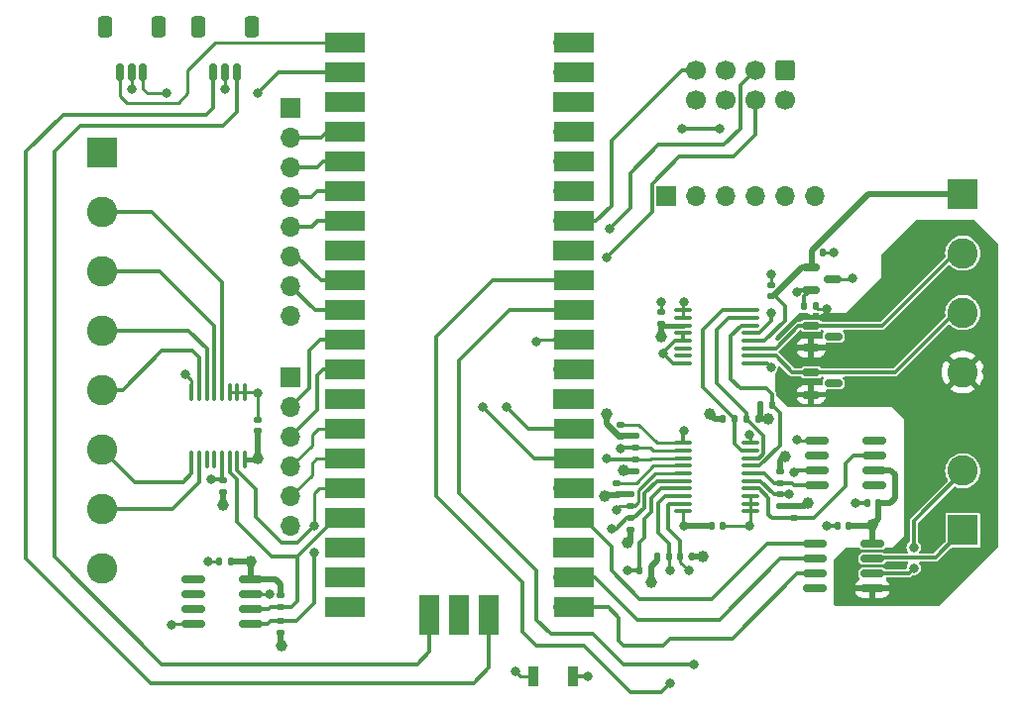
<source format=gtl>
%TF.GenerationSoftware,KiCad,Pcbnew,8.0.2*%
%TF.CreationDate,2024-10-13T16:42:59-05:00*%
%TF.ProjectId,Axis_MCU_V3,41786973-5f4d-4435-955f-56332e6b6963,rev?*%
%TF.SameCoordinates,Original*%
%TF.FileFunction,Copper,L1,Top*%
%TF.FilePolarity,Positive*%
%FSLAX46Y46*%
G04 Gerber Fmt 4.6, Leading zero omitted, Abs format (unit mm)*
G04 Created by KiCad (PCBNEW 8.0.2) date 2024-10-13 16:42:59*
%MOMM*%
%LPD*%
G01*
G04 APERTURE LIST*
G04 Aperture macros list*
%AMRoundRect*
0 Rectangle with rounded corners*
0 $1 Rounding radius*
0 $2 $3 $4 $5 $6 $7 $8 $9 X,Y pos of 4 corners*
0 Add a 4 corners polygon primitive as box body*
4,1,4,$2,$3,$4,$5,$6,$7,$8,$9,$2,$3,0*
0 Add four circle primitives for the rounded corners*
1,1,$1+$1,$2,$3*
1,1,$1+$1,$4,$5*
1,1,$1+$1,$6,$7*
1,1,$1+$1,$8,$9*
0 Add four rect primitives between the rounded corners*
20,1,$1+$1,$2,$3,$4,$5,0*
20,1,$1+$1,$4,$5,$6,$7,0*
20,1,$1+$1,$6,$7,$8,$9,0*
20,1,$1+$1,$8,$9,$2,$3,0*%
G04 Aperture macros list end*
%TA.AperFunction,SMDPad,CuDef*%
%ADD10R,1.700000X3.500000*%
%TD*%
%TA.AperFunction,ComponentPad*%
%ADD11O,1.700000X1.700000*%
%TD*%
%TA.AperFunction,ComponentPad*%
%ADD12R,1.700000X1.700000*%
%TD*%
%TA.AperFunction,SMDPad,CuDef*%
%ADD13R,3.500000X1.700000*%
%TD*%
%TA.AperFunction,SMDPad,CuDef*%
%ADD14RoundRect,0.100000X0.637500X0.100000X-0.637500X0.100000X-0.637500X-0.100000X0.637500X-0.100000X0*%
%TD*%
%TA.AperFunction,SMDPad,CuDef*%
%ADD15RoundRect,0.140000X0.170000X-0.140000X0.170000X0.140000X-0.170000X0.140000X-0.170000X-0.140000X0*%
%TD*%
%TA.AperFunction,SMDPad,CuDef*%
%ADD16RoundRect,0.150000X0.825000X0.150000X-0.825000X0.150000X-0.825000X-0.150000X0.825000X-0.150000X0*%
%TD*%
%TA.AperFunction,SMDPad,CuDef*%
%ADD17RoundRect,0.135000X0.185000X-0.135000X0.185000X0.135000X-0.185000X0.135000X-0.185000X-0.135000X0*%
%TD*%
%TA.AperFunction,SMDPad,CuDef*%
%ADD18RoundRect,0.150000X-0.587500X-0.150000X0.587500X-0.150000X0.587500X0.150000X-0.587500X0.150000X0*%
%TD*%
%TA.AperFunction,SMDPad,CuDef*%
%ADD19RoundRect,0.135000X0.135000X0.185000X-0.135000X0.185000X-0.135000X-0.185000X0.135000X-0.185000X0*%
%TD*%
%TA.AperFunction,SMDPad,CuDef*%
%ADD20RoundRect,0.100000X-0.100000X0.637500X-0.100000X-0.637500X0.100000X-0.637500X0.100000X0.637500X0*%
%TD*%
%TA.AperFunction,ComponentPad*%
%ADD21C,2.600000*%
%TD*%
%TA.AperFunction,ComponentPad*%
%ADD22R,2.600000X2.600000*%
%TD*%
%TA.AperFunction,SMDPad,CuDef*%
%ADD23RoundRect,0.135000X-0.135000X-0.185000X0.135000X-0.185000X0.135000X0.185000X-0.135000X0.185000X0*%
%TD*%
%TA.AperFunction,SMDPad,CuDef*%
%ADD24RoundRect,0.140000X0.140000X0.170000X-0.140000X0.170000X-0.140000X-0.170000X0.140000X-0.170000X0*%
%TD*%
%TA.AperFunction,SMDPad,CuDef*%
%ADD25RoundRect,0.150000X-0.825000X-0.150000X0.825000X-0.150000X0.825000X0.150000X-0.825000X0.150000X0*%
%TD*%
%TA.AperFunction,SMDPad,CuDef*%
%ADD26RoundRect,0.140000X-0.140000X-0.170000X0.140000X-0.170000X0.140000X0.170000X-0.140000X0.170000X0*%
%TD*%
%TA.AperFunction,SMDPad,CuDef*%
%ADD27RoundRect,0.135000X-0.185000X0.135000X-0.185000X-0.135000X0.185000X-0.135000X0.185000X0.135000X0*%
%TD*%
%TA.AperFunction,ComponentPad*%
%ADD28RoundRect,0.250000X-0.600000X0.600000X-0.600000X-0.600000X0.600000X-0.600000X0.600000X0.600000X0*%
%TD*%
%TA.AperFunction,ComponentPad*%
%ADD29C,1.700000*%
%TD*%
%TA.AperFunction,SMDPad,CuDef*%
%ADD30RoundRect,0.250000X0.350000X0.650000X-0.350000X0.650000X-0.350000X-0.650000X0.350000X-0.650000X0*%
%TD*%
%TA.AperFunction,SMDPad,CuDef*%
%ADD31RoundRect,0.150000X0.150000X0.625000X-0.150000X0.625000X-0.150000X-0.625000X0.150000X-0.625000X0*%
%TD*%
%TA.AperFunction,SMDPad,CuDef*%
%ADD32RoundRect,0.100000X-0.637500X-0.100000X0.637500X-0.100000X0.637500X0.100000X-0.637500X0.100000X0*%
%TD*%
%TA.AperFunction,SMDPad,CuDef*%
%ADD33R,0.900000X1.700000*%
%TD*%
%TA.AperFunction,ViaPad*%
%ADD34C,0.800000*%
%TD*%
%TA.AperFunction,ViaPad*%
%ADD35C,1.000000*%
%TD*%
%TA.AperFunction,Conductor*%
%ADD36C,0.300000*%
%TD*%
%TA.AperFunction,Conductor*%
%ADD37C,0.250000*%
%TD*%
%TA.AperFunction,Conductor*%
%ADD38C,0.500000*%
%TD*%
%TA.AperFunction,Conductor*%
%ADD39C,0.400000*%
%TD*%
G04 APERTURE END LIST*
D10*
%TO.P,U1,43,SWDIO*%
%TO.N,/SWDIO*%
X102540000Y-81800000D03*
D11*
X102540000Y-80900000D03*
D10*
%TO.P,U1,42,GND*%
%TO.N,GND*%
X100000000Y-81800000D03*
D12*
X100000000Y-80900000D03*
D10*
%TO.P,U1,41,SWCLK*%
%TO.N,/SWCLK*%
X97460000Y-81800000D03*
D11*
X97460000Y-80900000D03*
D13*
%TO.P,U1,40,VBUS*%
%TO.N,+5V*%
X109790000Y-32870000D03*
D11*
X108890000Y-32870000D03*
D13*
%TO.P,U1,39,VSYS*%
%TO.N,unconnected-(U1-VSYS-Pad39)_0*%
X109790000Y-35410000D03*
D11*
%TO.N,unconnected-(U1-VSYS-Pad39)*%
X108890000Y-35410000D03*
D13*
%TO.P,U1,38,GND*%
%TO.N,GND*%
X109790000Y-37950000D03*
D12*
X108890000Y-37950000D03*
D13*
%TO.P,U1,37,3V3_EN*%
%TO.N,unconnected-(U1-3V3_EN-Pad37)_0*%
X109790000Y-40490000D03*
D11*
%TO.N,unconnected-(U1-3V3_EN-Pad37)*%
X108890000Y-40490000D03*
D13*
%TO.P,U1,36,3V3_OUT*%
%TO.N,+3V3*%
X109790000Y-43030000D03*
D11*
X108890000Y-43030000D03*
D13*
%TO.P,U1,35,ADC_VREF*%
%TO.N,unconnected-(U1-ADC_VREF-Pad35)*%
X109790000Y-45570000D03*
D11*
%TO.N,unconnected-(U1-ADC_VREF-Pad35)_0*%
X108890000Y-45570000D03*
D13*
%TO.P,U1,34,GPIO28_ADC2*%
%TO.N,/HV_IO2*%
X109790000Y-48110000D03*
D11*
X108890000Y-48110000D03*
D13*
%TO.P,U1,33,AGND*%
%TO.N,unconnected-(U1-AGND-Pad33)*%
X109790000Y-50650000D03*
D12*
%TO.N,unconnected-(U1-AGND-Pad33)_0*%
X108890000Y-50650000D03*
D13*
%TO.P,U1,32,GPIO27_ADC1*%
%TO.N,/I2C1_SCL*%
X109790000Y-53190000D03*
D11*
X108890000Y-53190000D03*
D13*
%TO.P,U1,31,GPIO26_ADC0*%
%TO.N,/I2C1_SDA*%
X109790000Y-55730000D03*
D11*
X108890000Y-55730000D03*
D13*
%TO.P,U1,30,RUN*%
%TO.N,Net-(U1-RUN)*%
X109790000Y-58270000D03*
D11*
X108890000Y-58270000D03*
D13*
%TO.P,U1,29,GPIO22*%
%TO.N,/~{MUX_INT}*%
X109790000Y-60810000D03*
D11*
X108890000Y-60810000D03*
D13*
%TO.P,U1,28,GND*%
%TO.N,GND*%
X109790000Y-63350000D03*
D12*
X108890000Y-63350000D03*
D13*
%TO.P,U1,27,GPIO21*%
%TO.N,/ZC_SIG*%
X109790000Y-65890000D03*
D11*
X108890000Y-65890000D03*
D13*
%TO.P,U1,26,GPIO20*%
%TO.N,/HV_IO1*%
X109790000Y-68430000D03*
D11*
X108890000Y-68430000D03*
D13*
%TO.P,U1,25,GPIO19*%
%TO.N,unconnected-(U1-GPIO19-Pad25)_0*%
X109790000Y-70970000D03*
D11*
%TO.N,unconnected-(U1-GPIO19-Pad25)*%
X108890000Y-70970000D03*
D13*
%TO.P,U1,24,GPIO18*%
%TO.N,/SPI0_SCK*%
X109790000Y-73510000D03*
D11*
X108890000Y-73510000D03*
D13*
%TO.P,U1,23,GND*%
%TO.N,GND*%
X109790000Y-76050000D03*
D12*
X108890000Y-76050000D03*
D13*
%TO.P,U1,22,GPIO17*%
%TO.N,/~{SPI0_CS0}*%
X109790000Y-78590000D03*
D11*
X108890000Y-78590000D03*
D13*
%TO.P,U1,21,GPIO16*%
%TO.N,/SPI0_RX*%
X109790000Y-81130000D03*
D11*
X108890000Y-81130000D03*
D13*
%TO.P,U1,20,GPIO15*%
%TO.N,/~{SPI0_CS1}*%
X90210000Y-81130000D03*
D11*
X91110000Y-81130000D03*
D13*
%TO.P,U1,19,GPIO14*%
%TO.N,/~{IO_INT}*%
X90210000Y-78590000D03*
D11*
X91110000Y-78590000D03*
D13*
%TO.P,U1,18,GND*%
%TO.N,GND*%
X90210000Y-76050000D03*
D12*
X91110000Y-76050000D03*
D13*
%TO.P,U1,17,GPIO13*%
%TO.N,/I2C0_SCL*%
X90210000Y-73510000D03*
D11*
X91110000Y-73510000D03*
D13*
%TO.P,U1,16,GPIO12*%
%TO.N,/I2C0_SDA*%
X90210000Y-70970000D03*
D11*
X91110000Y-70970000D03*
D13*
%TO.P,U1,15,GPIO11*%
%TO.N,/SPI1_TX*%
X90210000Y-68430000D03*
D11*
X91110000Y-68430000D03*
D13*
%TO.P,U1,14,GPIO10*%
%TO.N,/SPI1_SCK*%
X90210000Y-65890000D03*
D11*
X91110000Y-65890000D03*
D13*
%TO.P,U1,13,GND*%
%TO.N,GND*%
X90210000Y-63350000D03*
D12*
X91110000Y-63350000D03*
D13*
%TO.P,U1,12,GPIO9*%
%TO.N,/~{SPI1_CS0}*%
X90210000Y-60810000D03*
D11*
X91110000Y-60810000D03*
D13*
%TO.P,U1,11,GPIO8*%
%TO.N,/SPI1_RX*%
X90210000Y-58270000D03*
D11*
X91110000Y-58270000D03*
D13*
%TO.P,U1,10,GPIO7*%
%TO.N,/GPIO7*%
X90210000Y-55730000D03*
D11*
X91110000Y-55730000D03*
D13*
%TO.P,U1,9,GPIO6*%
%TO.N,/GPIO6*%
X90210000Y-53190000D03*
D11*
X91110000Y-53190000D03*
D13*
%TO.P,U1,8,GND*%
%TO.N,GND*%
X90210000Y-50650000D03*
D12*
X91110000Y-50650000D03*
D13*
%TO.P,U1,7,GPIO5*%
%TO.N,/GPIO5*%
X90210000Y-48110000D03*
D11*
X91110000Y-48110000D03*
D13*
%TO.P,U1,6,GPIO4*%
%TO.N,/GPIO4*%
X90210000Y-45570000D03*
D11*
X91110000Y-45570000D03*
D13*
%TO.P,U1,5,GPIO3*%
%TO.N,/GPIO3*%
X90210000Y-43030000D03*
D11*
X91110000Y-43030000D03*
D13*
%TO.P,U1,4,GPIO2*%
%TO.N,/GPIO2*%
X90210000Y-40490000D03*
D11*
X91110000Y-40490000D03*
D13*
%TO.P,U1,3,GND*%
%TO.N,GND*%
X90210000Y-37950000D03*
D12*
X91110000Y-37950000D03*
D13*
%TO.P,U1,2,GPIO1*%
%TO.N,/UART_RX*%
X90210000Y-35410000D03*
D11*
X91110000Y-35410000D03*
D13*
%TO.P,U1,1,GPIO0*%
%TO.N,/UART_TX*%
X90210000Y-32870000D03*
D11*
X91110000Y-32870000D03*
%TD*%
D14*
%TO.P,U5,20,VDD*%
%TO.N,+3V3*%
X119137500Y-72925000D03*
%TO.P,U5,19,SDA*%
%TO.N,/I2C1_SDA*%
X119137500Y-72275000D03*
%TO.P,U5,18,SCL*%
%TO.N,/I2C1_SCL*%
X119137500Y-71625000D03*
%TO.P,U5,17,~{INT}*%
%TO.N,/~{MUX_INT}*%
X119137500Y-70975000D03*
%TO.P,U5,16,SC3*%
%TO.N,/HV_SCL*%
X119137500Y-70325000D03*
%TO.P,U5,15,SD3*%
%TO.N,/HV_SDA*%
X119137500Y-69675000D03*
%TO.P,U5,14,~{INT3}*%
%TO.N,/~{INT_3}*%
X119137500Y-69025000D03*
%TO.P,U5,13,SC2*%
%TO.N,/EXT_SCL*%
X119137500Y-68375000D03*
%TO.P,U5,12,SD2*%
%TO.N,/EXT_SDA*%
X119137500Y-67725000D03*
%TO.P,U5,11,~{INT2}*%
%TO.N,/~{EXT_INT}*%
X119137500Y-67075000D03*
%TO.P,U5,10,VSS*%
%TO.N,GND*%
X124862500Y-67075000D03*
%TO.P,U5,9,SC1*%
%TO.N,/ADS_SCL*%
X124862500Y-67725000D03*
%TO.P,U5,8,SD1*%
%TO.N,/ADS_SDA*%
X124862500Y-68375000D03*
%TO.P,U5,7,~{INT1}*%
%TO.N,/~{ADS_RDY}*%
X124862500Y-69025000D03*
%TO.P,U5,6,SC0*%
%TO.N,/TIMER_SCL*%
X124862500Y-69675000D03*
%TO.P,U5,5,SD0*%
%TO.N,/TIMER_SDA*%
X124862500Y-70325000D03*
%TO.P,U5,4,~{INT0}*%
%TO.N,/~{TIMER_INT}*%
X124862500Y-70975000D03*
%TO.P,U5,3,A2*%
%TO.N,GND*%
X124862500Y-71625000D03*
%TO.P,U5,2,A1*%
X124862500Y-72275000D03*
%TO.P,U5,1,A0*%
X124862500Y-72925000D03*
%TD*%
D15*
%TO.P,C1,2*%
%TO.N,GND*%
X117200000Y-55920000D03*
%TO.P,C1,1*%
%TO.N,+3V3*%
X117200000Y-56880000D03*
%TD*%
D16*
%TO.P,U9,8,SCL*%
%TO.N,/TIMER_SCL*%
X130525000Y-70705000D03*
%TO.P,U9,7,SDA*%
%TO.N,/TIMER_SDA*%
X130525000Y-69435000D03*
%TO.P,U9,6,VBAT*%
%TO.N,+BATT*%
X130525000Y-68165000D03*
%TO.P,U9,5,GND*%
%TO.N,GND*%
X130525000Y-66895000D03*
%TO.P,U9,4,~{RST}*%
%TO.N,unconnected-(U9-~{RST}-Pad4)*%
X135475000Y-66895000D03*
%TO.P,U9,3,~{INT}/SQW*%
%TO.N,/~{TIMER_INT}*%
X135475000Y-68165000D03*
%TO.P,U9,2,VCC*%
%TO.N,+3V3*%
X135475000Y-69435000D03*
%TO.P,U9,1,32KHZ*%
%TO.N,unconnected-(U9-32KHZ-Pad1)*%
X135475000Y-70705000D03*
%TD*%
D17*
%TO.P,R17,2*%
%TO.N,/EXT_SCL*%
X115000000Y-68490000D03*
%TO.P,R17,1*%
%TO.N,+3V3*%
X115000000Y-69510000D03*
%TD*%
%TO.P,R15,2*%
%TO.N,/~{INT_3}*%
X113400000Y-70490000D03*
%TO.P,R15,1*%
%TO.N,+3V3*%
X113400000Y-71510000D03*
%TD*%
D18*
%TO.P,D1,3*%
%TO.N,N/C*%
X131937500Y-58000000D03*
%TO.P,D1,2,A*%
%TO.N,GND*%
X130062500Y-58950000D03*
%TO.P,D1,1,K*%
%TO.N,/ADC_0*%
X130062500Y-57050000D03*
%TD*%
D17*
%TO.P,R3,2*%
%TO.N,/~{IO_INT}*%
X79800000Y-70290000D03*
%TO.P,R3,1*%
%TO.N,+3V3*%
X79800000Y-71310000D03*
%TD*%
D19*
%TO.P,R7,2*%
%TO.N,/ADS_SDA*%
X124490000Y-65000000D03*
%TO.P,R7,1*%
%TO.N,+3V3*%
X125510000Y-65000000D03*
%TD*%
D20*
%TO.P,U3,16,VDD*%
%TO.N,+3V3*%
X81675000Y-68462500D03*
%TO.P,U3,15,SDA*%
%TO.N,/I2C0_SDA*%
X81025000Y-68462500D03*
%TO.P,U3,14,SCL*%
%TO.N,/I2C0_SCL*%
X80375000Y-68462500D03*
%TO.P,U3,13,~{INT}*%
%TO.N,/~{IO_INT}*%
X79725000Y-68462500D03*
%TO.P,U3,12,P7*%
%TO.N,unconnected-(U3-P7-Pad12)*%
X79075000Y-68462500D03*
%TO.P,U3,11,P6*%
%TO.N,unconnected-(U3-P6-Pad11)*%
X78425000Y-68462500D03*
%TO.P,U3,10,P5*%
%TO.N,/IO_6*%
X77775000Y-68462500D03*
%TO.P,U3,9,P4*%
%TO.N,/IO_5*%
X77125000Y-68462500D03*
%TO.P,U3,8,GND*%
%TO.N,GND*%
X77125000Y-62737500D03*
%TO.P,U3,7,P3*%
%TO.N,/IO_4*%
X77775000Y-62737500D03*
%TO.P,U3,6,P2*%
%TO.N,/IO_3*%
X78425000Y-62737500D03*
%TO.P,U3,5,P1*%
%TO.N,/IO_2*%
X79075000Y-62737500D03*
%TO.P,U3,4,P0*%
%TO.N,/IO_1*%
X79725000Y-62737500D03*
%TO.P,U3,3,A2*%
%TO.N,GND*%
X80375000Y-62737500D03*
%TO.P,U3,2,A1*%
X81025000Y-62737500D03*
%TO.P,U3,1,A0*%
X81675000Y-62737500D03*
%TD*%
D21*
%TO.P,J3,4,Pin_4*%
%TO.N,GND*%
X143000000Y-61020000D03*
%TO.P,J3,3,Pin_3*%
%TO.N,/ADC_1*%
X143000000Y-55940000D03*
%TO.P,J3,2,Pin_2*%
%TO.N,/ADC_0*%
X143000000Y-50860000D03*
D22*
%TO.P,J3,1,Pin_1*%
%TO.N,+5V*%
X143000000Y-45780000D03*
%TD*%
D21*
%TO.P,J2,8,Pin_8*%
%TO.N,GND*%
X69495000Y-77780000D03*
%TO.P,J2,7,Pin_7*%
%TO.N,/IO_6*%
X69495000Y-72700000D03*
%TO.P,J2,6,Pin_6*%
%TO.N,/IO_5*%
X69495000Y-67620000D03*
%TO.P,J2,5,Pin_5*%
%TO.N,/IO_4*%
X69495000Y-62540000D03*
%TO.P,J2,4,Pin_4*%
%TO.N,/IO_3*%
X69495000Y-57460000D03*
%TO.P,J2,3,Pin_3*%
%TO.N,/IO_2*%
X69495000Y-52380000D03*
%TO.P,J2,2,Pin_2*%
%TO.N,/IO_1*%
X69495000Y-47300000D03*
D22*
%TO.P,J2,1,Pin_1*%
%TO.N,+3V3*%
X69495000Y-42220000D03*
%TD*%
D17*
%TO.P,R18,2*%
%TO.N,/~{EXT_INT}*%
X113800000Y-65490000D03*
%TO.P,R18,1*%
%TO.N,+3V3*%
X113800000Y-66510000D03*
%TD*%
D18*
%TO.P,D2,3*%
%TO.N,N/C*%
X131937500Y-62000000D03*
%TO.P,D2,2,A*%
%TO.N,GND*%
X130062500Y-62950000D03*
%TO.P,D2,1,K*%
%TO.N,/ADC_1*%
X130062500Y-61050000D03*
%TD*%
D23*
%TO.P,R8,2*%
%TO.N,/ADS_SCL*%
X123510000Y-65000000D03*
%TO.P,R8,1*%
%TO.N,+3V3*%
X122490000Y-65000000D03*
%TD*%
%TO.P,R4,1*%
%TO.N,+3V3*%
X116860000Y-76800000D03*
%TO.P,R4,2*%
%TO.N,/I2C1_SCL*%
X117880000Y-76800000D03*
%TD*%
D24*
%TO.P,C4,2*%
%TO.N,GND*%
X132320000Y-74200000D03*
%TO.P,C4,1*%
%TO.N,+3V3*%
X133280000Y-74200000D03*
%TD*%
D25*
%TO.P,U8,8,VDD*%
%TO.N,+3V3*%
X82200000Y-78730000D03*
%TO.P,U8,7,WP*%
%TO.N,GND*%
X82200000Y-80000000D03*
%TO.P,U8,6,SCL*%
%TO.N,/I2C0_SCL*%
X82200000Y-81270000D03*
%TO.P,U8,5,SDA*%
%TO.N,/I2C0_SDA*%
X82200000Y-82540000D03*
%TO.P,U8,4,VSS*%
%TO.N,GND*%
X77250000Y-82540000D03*
%TO.P,U8,3*%
%TO.N,unconnected-(U8-Pad3)*%
X77250000Y-81270000D03*
%TO.P,U8,2*%
%TO.N,unconnected-(U8-Pad2)*%
X77250000Y-80000000D03*
%TO.P,U8,1*%
%TO.N,unconnected-(U8-Pad1)*%
X77250000Y-78730000D03*
%TD*%
D26*
%TO.P,C9,2*%
%TO.N,GND*%
X130417500Y-55400000D03*
%TO.P,C9,1*%
%TO.N,/4.5V_VREF*%
X129457500Y-55400000D03*
%TD*%
D27*
%TO.P,R16,2*%
%TO.N,/EXT_SDA*%
X115000000Y-67510000D03*
%TO.P,R16,1*%
%TO.N,+3V3*%
X115000000Y-66490000D03*
%TD*%
D16*
%TO.P,U4,8*%
%TO.N,N/C*%
X130325000Y-79505000D03*
%TO.P,U4,7,SO*%
%TO.N,/SPI0_RX*%
X130325000Y-78235000D03*
%TO.P,U4,6,~{CS}*%
%TO.N,/~{SPI0_CS0}*%
X130325000Y-76965000D03*
%TO.P,U4,5,SCK*%
%TO.N,/SPI0_SCK*%
X130325000Y-75695000D03*
%TO.P,U4,4,V_CC*%
%TO.N,+3V3*%
X135275000Y-75695000D03*
%TO.P,U4,3,T+*%
%TO.N,/THCPL1_POS*%
X135275000Y-76965000D03*
%TO.P,U4,2,T-*%
%TO.N,/THCPL1_NEG*%
X135275000Y-78235000D03*
%TO.P,U4,1,GND*%
%TO.N,GND*%
X135275000Y-79505000D03*
%TD*%
D11*
%TO.P,J8,6,Pin_6*%
%TO.N,GND*%
X130350000Y-46000000D03*
%TO.P,J8,5,Pin_5*%
%TO.N,/~{EXT_INT}*%
X127810000Y-46000000D03*
%TO.P,J8,4,Pin_4*%
%TO.N,/EXT_SCL*%
X125270000Y-46000000D03*
%TO.P,J8,3,Pin_3*%
%TO.N,/EXT_SDA*%
X122730000Y-46000000D03*
%TO.P,J8,2,Pin_2*%
%TO.N,+3V3*%
X120190000Y-46000000D03*
D12*
%TO.P,J8,1,Pin_1*%
%TO.N,+5V*%
X117650000Y-46000000D03*
%TD*%
D27*
%TO.P,R2,2*%
%TO.N,/I2C0_SCL*%
X84725000Y-81145000D03*
%TO.P,R2,1*%
%TO.N,+3V3*%
X84725000Y-80125000D03*
%TD*%
D28*
%TO.P,J10,1,Pin_1*%
%TO.N,+5V*%
X127810000Y-35200000D03*
D29*
%TO.P,J10,2,Pin_2*%
%TO.N,+3V3*%
X127810000Y-37740000D03*
%TO.P,J10,3,Pin_3*%
%TO.N,/HV_IO1*%
X125270000Y-35200000D03*
%TO.P,J10,4,Pin_4*%
%TO.N,/ZC_SIG*%
X125270000Y-37740000D03*
%TO.P,J10,5,Pin_5*%
%TO.N,/HV_SDA*%
X122730000Y-35200000D03*
%TO.P,J10,6,Pin_6*%
%TO.N,/HV_SCL*%
X122730000Y-37740000D03*
%TO.P,J10,7,Pin_7*%
%TO.N,/HV_IO2*%
X120190000Y-35200000D03*
%TO.P,J10,8,Pin_8*%
%TO.N,GND*%
X120190000Y-37740000D03*
%TD*%
D18*
%TO.P,U7,3,GND*%
%TO.N,GND*%
X131875000Y-53050000D03*
%TO.P,U7,2,OUT*%
%TO.N,/4.5V_VREF*%
X130000000Y-54000000D03*
%TO.P,U7,1,IN*%
%TO.N,+5V*%
X130000000Y-52100000D03*
%TD*%
D15*
%TO.P,C2,2*%
%TO.N,GND*%
X126600000Y-53600000D03*
%TO.P,C2,1*%
%TO.N,+5V*%
X126600000Y-54560000D03*
%TD*%
D21*
%TO.P,J5,2,Pin_2*%
%TO.N,/THCPL1_NEG*%
X143000000Y-69465000D03*
D22*
%TO.P,J5,1,Pin_1*%
%TO.N,/THCPL1_POS*%
X143000000Y-74545000D03*
%TD*%
D17*
%TO.P,R14,2*%
%TO.N,/HV_SCL*%
X114600000Y-73490000D03*
%TO.P,R14,1*%
%TO.N,+3V3*%
X114600000Y-74510000D03*
%TD*%
D27*
%TO.P,R12,2*%
%TO.N,/~{TIMER_INT}*%
X128600000Y-73510000D03*
%TO.P,R12,1*%
%TO.N,+3V3*%
X128600000Y-72490000D03*
%TD*%
D19*
%TO.P,R6,2*%
%TO.N,/~{MUX_INT}*%
X115380000Y-78000000D03*
%TO.P,R6,1*%
%TO.N,+3V3*%
X116400000Y-78000000D03*
%TD*%
D27*
%TO.P,R13,2*%
%TO.N,/HV_SDA*%
X114600000Y-72510000D03*
%TO.P,R13,1*%
%TO.N,+3V3*%
X114600000Y-71490000D03*
%TD*%
D24*
%TO.P,C10,2*%
%TO.N,GND*%
X134840000Y-72200000D03*
%TO.P,C10,1*%
%TO.N,+3V3*%
X135800000Y-72200000D03*
%TD*%
%TO.P,C7,2*%
%TO.N,GND*%
X79520000Y-77200000D03*
%TO.P,C7,1*%
%TO.N,+3V3*%
X80480000Y-77200000D03*
%TD*%
D11*
%TO.P,J9,8,Pin_8*%
%TO.N,GND*%
X85600000Y-56200000D03*
%TO.P,J9,7,Pin_7*%
%TO.N,/GPIO7*%
X85600000Y-53660000D03*
%TO.P,J9,6,Pin_6*%
%TO.N,/GPIO6*%
X85600000Y-51120000D03*
%TO.P,J9,5,Pin_5*%
%TO.N,/GPIO5*%
X85600000Y-48580000D03*
%TO.P,J9,4,Pin_4*%
%TO.N,/GPIO4*%
X85600000Y-46040000D03*
%TO.P,J9,3,Pin_3*%
%TO.N,/GPIO3*%
X85600000Y-43500000D03*
%TO.P,J9,2,Pin_2*%
%TO.N,/GPIO2*%
X85600000Y-40960000D03*
D12*
%TO.P,J9,1,Pin_1*%
%TO.N,+3V3*%
X85600000Y-38420000D03*
%TD*%
D30*
%TO.P,J1,MP*%
%TO.N,N/C*%
X77700000Y-31525000D03*
X82300000Y-31525000D03*
D31*
%TO.P,J1,3,Pin_3*%
%TO.N,/SWDIO*%
X79000000Y-35400000D03*
%TO.P,J1,2,Pin_2*%
%TO.N,GND*%
X80000000Y-35400000D03*
%TO.P,J1,1,Pin_1*%
%TO.N,/SWCLK*%
X81000000Y-35400000D03*
%TD*%
D32*
%TO.P,U2,16,SCL*%
%TO.N,/ADS_SCL*%
X124862500Y-55725000D03*
%TO.P,U2,15,SDA*%
%TO.N,/ADS_SDA*%
X124862500Y-56375000D03*
%TO.P,U2,14,~{DRDY}*%
%TO.N,/~{ADS_RDY}*%
X124862500Y-57025000D03*
%TO.P,U2,13,DVDD*%
%TO.N,+3V3*%
X124862500Y-57675000D03*
%TO.P,U2,12,AVDD*%
%TO.N,+5V*%
X124862500Y-58325000D03*
%TO.P,U2,11,AIN0*%
%TO.N,/ADC_0*%
X124862500Y-58975000D03*
%TO.P,U2,10,AIN1*%
%TO.N,/ADC_1*%
X124862500Y-59625000D03*
%TO.P,U2,9,REFP*%
%TO.N,/4.5V_VREF*%
X124862500Y-60275000D03*
%TO.P,U2,8,REFN*%
%TO.N,GND*%
X119137500Y-60275000D03*
%TO.P,U2,7,AIN2*%
%TO.N,unconnected-(U2-AIN2-Pad7)*%
X119137500Y-59625000D03*
%TO.P,U2,6,AIN3*%
%TO.N,unconnected-(U2-AIN3-Pad6)*%
X119137500Y-58975000D03*
%TO.P,U2,5,AGND*%
%TO.N,GND*%
X119137500Y-58325000D03*
%TO.P,U2,4,DGND*%
X119137500Y-57675000D03*
%TO.P,U2,3,~{RESET}*%
%TO.N,+3V3*%
X119137500Y-57025000D03*
%TO.P,U2,2,A1*%
%TO.N,GND*%
X119137500Y-56375000D03*
%TO.P,U2,1,A0*%
X119137500Y-55725000D03*
%TD*%
D27*
%TO.P,R11,2*%
%TO.N,/TIMER_SCL*%
X127400000Y-70510000D03*
%TO.P,R11,1*%
%TO.N,+3V3*%
X127400000Y-69490000D03*
%TD*%
D26*
%TO.P,C8,2*%
%TO.N,GND*%
X131080000Y-50800000D03*
%TO.P,C8,1*%
%TO.N,+5V*%
X130120000Y-50800000D03*
%TD*%
D31*
%TO.P,J4,1,Pin_1*%
%TO.N,/UART_RX*%
X73000000Y-35400000D03*
%TO.P,J4,2,Pin_2*%
%TO.N,GND*%
X72000000Y-35400000D03*
%TO.P,J4,3,Pin_3*%
%TO.N,/UART_TX*%
X71000000Y-35400000D03*
D30*
%TO.P,J4,MP*%
%TO.N,N/C*%
X74300000Y-31525000D03*
X69700000Y-31525000D03*
%TD*%
D17*
%TO.P,R10,2*%
%TO.N,/TIMER_SDA*%
X127400000Y-71490000D03*
%TO.P,R10,1*%
%TO.N,+3V3*%
X127400000Y-72510000D03*
%TD*%
D26*
%TO.P,C5,2*%
%TO.N,GND*%
X122480000Y-74200000D03*
%TO.P,C5,1*%
%TO.N,+3V3*%
X121520000Y-74200000D03*
%TD*%
D33*
%TO.P,SW1,2,2*%
%TO.N,Net-(U1-RUN)*%
X106300000Y-87000000D03*
%TO.P,SW1,1,1*%
%TO.N,GND*%
X109700000Y-87000000D03*
%TD*%
D17*
%TO.P,R1,2*%
%TO.N,/I2C0_SDA*%
X84725000Y-82325000D03*
%TO.P,R1,1*%
%TO.N,+3V3*%
X84725000Y-83345000D03*
%TD*%
D19*
%TO.P,R5,1*%
%TO.N,+3V3*%
X119880000Y-76800000D03*
%TO.P,R5,2*%
%TO.N,/I2C1_SDA*%
X118860000Y-76800000D03*
%TD*%
D11*
%TO.P,J7,6,Pin_6*%
%TO.N,GND*%
X85600000Y-74160000D03*
%TO.P,J7,5,Pin_5*%
%TO.N,/SPI1_TX*%
X85600000Y-71620000D03*
%TO.P,J7,4,Pin_4*%
%TO.N,/SPI1_SCK*%
X85600000Y-69080000D03*
%TO.P,J7,3,Pin_3*%
%TO.N,/~{SPI1_CS0}*%
X85600000Y-66540000D03*
%TO.P,J7,2,Pin_2*%
%TO.N,/SPI1_RX*%
X85600000Y-64000000D03*
D12*
%TO.P,J7,1,Pin_1*%
%TO.N,+3V3*%
X85600000Y-61460000D03*
%TD*%
D15*
%TO.P,C3,2*%
%TO.N,GND*%
X82800000Y-65120000D03*
%TO.P,C3,1*%
%TO.N,+3V3*%
X82800000Y-66080000D03*
%TD*%
D23*
%TO.P,R9,2*%
%TO.N,/~{ADS_RDY}*%
X126710000Y-63800000D03*
%TO.P,R9,1*%
%TO.N,+3V3*%
X125690000Y-63800000D03*
%TD*%
D34*
%TO.N,/UART_RX*%
X82800000Y-37200000D03*
X75000000Y-37200000D03*
%TO.N,GND*%
X72000000Y-36800000D03*
X80000000Y-36800000D03*
%TO.N,Net-(U1-RUN)*%
X106600000Y-58400000D03*
X104800000Y-86600000D03*
%TO.N,/I2C1_SDA*%
X120000000Y-86000000D03*
%TO.N,/ZC_SIG*%
X112600000Y-51200000D03*
%TO.N,/HV_IO1*%
X112800000Y-48800000D03*
X102000000Y-64000000D03*
%TO.N,/ZC_SIG*%
X104000000Y-64000000D03*
%TO.N,GND*%
X142000000Y-65000000D03*
X140000000Y-80000000D03*
X145000000Y-61000000D03*
X119200000Y-55000000D03*
X145000000Y-57000000D03*
X133000000Y-59000000D03*
X135000000Y-59000000D03*
X137400000Y-79600000D03*
X78525000Y-77235000D03*
X140000000Y-69000000D03*
X124800000Y-74200000D03*
X144000000Y-65000000D03*
X139000000Y-57000000D03*
X133000000Y-78000000D03*
X131400000Y-55600000D03*
X128000000Y-62000000D03*
X137000000Y-53000000D03*
X145000000Y-51000000D03*
X135000000Y-55000000D03*
X83800000Y-80000000D03*
X128600000Y-59000000D03*
X117400000Y-59400000D03*
X128600000Y-63000000D03*
X128800000Y-66800000D03*
X133800000Y-72200000D03*
X139000000Y-61000000D03*
X82800000Y-62800000D03*
X75400000Y-82600000D03*
X139000000Y-51000000D03*
X111000000Y-87000000D03*
X140000000Y-75000000D03*
X132000000Y-50800000D03*
X117200000Y-55000000D03*
X126600000Y-52680000D03*
X124800000Y-66400000D03*
X137000000Y-59000000D03*
X133000000Y-63000000D03*
X137000000Y-63000000D03*
X140000000Y-65000000D03*
X131400000Y-74200000D03*
X76600000Y-61200000D03*
X135000000Y-63000000D03*
X133600000Y-53000000D03*
D35*
%TO.N,+3V3*%
X126400000Y-65000000D03*
D34*
X119200000Y-74200000D03*
D35*
X82200000Y-77200000D03*
X135275000Y-74075000D03*
X84800000Y-84400000D03*
X129800000Y-72200000D03*
D34*
X126600000Y-56000000D03*
D35*
X121400000Y-64600000D03*
X82800000Y-68400000D03*
X116400000Y-79000000D03*
X114400000Y-75600000D03*
X114000000Y-69400000D03*
X79800000Y-72400000D03*
X127800000Y-68200000D03*
X112400000Y-71600000D03*
X112600000Y-64600000D03*
X120800000Y-76800000D03*
X117200000Y-58000000D03*
D34*
%TO.N,/4.5V_VREF*%
X126600000Y-60600000D03*
X128800000Y-54200000D03*
%TO.N,/THCPL1_NEG*%
X138800000Y-76000000D03*
X138800000Y-77800000D03*
%TO.N,/EXT_SCL*%
X112600000Y-68400000D03*
%TO.N,/I2C0_SDA*%
X87610331Y-76410331D03*
X87600000Y-74200000D03*
%TO.N,/EXT_SDA*%
X113800000Y-67600000D03*
%TO.N,/~{EXT_INT}*%
X119200000Y-66000000D03*
%TO.N,/I2C1_SDA*%
X119600000Y-78000000D03*
%TO.N,/HV_SCL*%
X122200000Y-40200000D03*
X113000000Y-74400000D03*
X119000000Y-40200000D03*
%TO.N,/HV_SDA*%
X113400000Y-72800000D03*
%TO.N,/~{IO_INT}*%
X78800000Y-70200000D03*
%TO.N,/~{MUX_INT}*%
X114400000Y-78000000D03*
%TO.N,/TIMER_SDA*%
X128200000Y-71490000D03*
X128600000Y-69600000D03*
%TO.N,/I2C1_SCL*%
X118000000Y-78000000D03*
X118000000Y-87600000D03*
%TD*%
D36*
%TO.N,/~{SPI1_CS0}*%
X87896683Y-61303317D02*
X87896683Y-64243317D01*
X87896683Y-64243317D02*
X85600000Y-66540000D01*
X91110000Y-60810000D02*
X88390000Y-60810000D01*
X88390000Y-60810000D02*
X87896683Y-61303317D01*
D37*
%TO.N,/SPI1_TX*%
X87400000Y-69820000D02*
X85600000Y-71620000D01*
X87770000Y-68430000D02*
X87400000Y-68800000D01*
X87400000Y-68800000D02*
X87400000Y-69820000D01*
X91110000Y-68430000D02*
X87770000Y-68430000D01*
%TO.N,/SPI1_SCK*%
X87400000Y-66400000D02*
X87400000Y-67280000D01*
X87400000Y-67280000D02*
X85600000Y-69080000D01*
X87910000Y-65890000D02*
X87400000Y-66400000D01*
X91110000Y-65890000D02*
X87910000Y-65890000D01*
D36*
%TO.N,/SPI1_RX*%
X87200000Y-62400000D02*
X85600000Y-64000000D01*
X88130000Y-58270000D02*
X87200000Y-59200000D01*
X87200000Y-59200000D02*
X87200000Y-62400000D01*
X91110000Y-58270000D02*
X88130000Y-58270000D01*
%TO.N,/UART_RX*%
X84590000Y-35410000D02*
X82800000Y-37200000D01*
X91110000Y-35410000D02*
X84590000Y-35410000D01*
D37*
%TO.N,/UART_TX*%
X79130000Y-32870000D02*
X91110000Y-32870000D01*
X76800000Y-37200000D02*
X76800000Y-35200000D01*
X76000000Y-38000000D02*
X76800000Y-37200000D01*
X76800000Y-35200000D02*
X79130000Y-32870000D01*
X71600000Y-38000000D02*
X76000000Y-38000000D01*
X71000000Y-37400000D02*
X71600000Y-38000000D01*
X71000000Y-35400000D02*
X71000000Y-37400000D01*
%TO.N,/UART_RX*%
X73400000Y-37200000D02*
X75000000Y-37200000D01*
X73000000Y-36800000D02*
X73400000Y-37200000D01*
X73000000Y-35400000D02*
X73000000Y-36800000D01*
D36*
%TO.N,/SWDIO*%
X79000000Y-38400000D02*
X79000000Y-35400000D01*
X66200000Y-39000000D02*
X78400000Y-39000000D01*
X63000000Y-42200000D02*
X66200000Y-39000000D01*
X78400000Y-39000000D02*
X79000000Y-38400000D01*
X63000000Y-77000000D02*
X63000000Y-42200000D01*
X73600000Y-87600000D02*
X63000000Y-77000000D01*
X101200000Y-87600000D02*
X73600000Y-87600000D01*
X102540000Y-86260000D02*
X101200000Y-87600000D01*
X102540000Y-80900000D02*
X102540000Y-86260000D01*
D37*
%TO.N,GND*%
X80000000Y-35400000D02*
X80000000Y-36800000D01*
X72000000Y-35400000D02*
X72000000Y-36800000D01*
D36*
%TO.N,/SWCLK*%
X81000000Y-38800000D02*
X81000000Y-35400000D01*
X67600000Y-40000000D02*
X79800000Y-40000000D01*
X79800000Y-40000000D02*
X81000000Y-38800000D01*
X65400000Y-42200000D02*
X67600000Y-40000000D01*
X65400000Y-76800000D02*
X65400000Y-42200000D01*
X96400000Y-86000000D02*
X74600000Y-86000000D01*
X97460000Y-84940000D02*
X96400000Y-86000000D01*
X97460000Y-80900000D02*
X97460000Y-84940000D01*
X74600000Y-86000000D02*
X65400000Y-76800000D01*
%TO.N,/I2C1_SCL*%
X102810000Y-53190000D02*
X108890000Y-53190000D01*
X98000000Y-58000000D02*
X102810000Y-53190000D01*
X98000000Y-71600000D02*
X98000000Y-58000000D01*
X105400000Y-79000000D02*
X98000000Y-71600000D01*
X114600000Y-88400000D02*
X110600000Y-84400000D01*
X110600000Y-84400000D02*
X106600000Y-84400000D01*
X106600000Y-84400000D02*
X105400000Y-83200000D01*
X117200000Y-88400000D02*
X114600000Y-88400000D01*
X118000000Y-87600000D02*
X117200000Y-88400000D01*
X105400000Y-83200000D02*
X105400000Y-79000000D01*
%TO.N,/I2C1_SDA*%
X114000000Y-86000000D02*
X120000000Y-86000000D01*
X111400000Y-83400000D02*
X114000000Y-86000000D01*
X107800000Y-83400000D02*
X111400000Y-83400000D01*
X106600000Y-78000000D02*
X106600000Y-82200000D01*
X100000000Y-60000000D02*
X100000000Y-71400000D01*
X104270000Y-55730000D02*
X100000000Y-60000000D01*
X100000000Y-71400000D02*
X106600000Y-78000000D01*
X106600000Y-82200000D02*
X107800000Y-83400000D01*
X108890000Y-55730000D02*
X104270000Y-55730000D01*
D38*
%TO.N,+3V3*%
X116400000Y-77600000D02*
X116860000Y-77140000D01*
X116860000Y-77140000D02*
X116860000Y-76800000D01*
X116400000Y-78000000D02*
X116400000Y-77600000D01*
D36*
%TO.N,/I2C1_SDA*%
X118860000Y-75460000D02*
X118860000Y-76800000D01*
X117800000Y-74400000D02*
X118860000Y-75460000D01*
X117925000Y-72275000D02*
X117800000Y-72400000D01*
X119137500Y-72275000D02*
X117925000Y-72275000D01*
X117800000Y-72400000D02*
X117800000Y-74400000D01*
%TO.N,/I2C1_SCL*%
X117880000Y-75680000D02*
X117880000Y-76800000D01*
X117000000Y-72200000D02*
X117000000Y-74800000D01*
X117000000Y-74800000D02*
X117880000Y-75680000D01*
X117575000Y-71625000D02*
X117000000Y-72200000D01*
X119137500Y-71625000D02*
X117575000Y-71625000D01*
D37*
X117880000Y-77880000D02*
X118000000Y-78000000D01*
X117880000Y-76800000D02*
X117880000Y-77880000D01*
%TO.N,/I2C1_SDA*%
X118860000Y-76800000D02*
X118860000Y-77260000D01*
X118860000Y-77260000D02*
X119600000Y-78000000D01*
%TO.N,Net-(U1-RUN)*%
X106730000Y-58270000D02*
X106600000Y-58400000D01*
X108890000Y-58270000D02*
X106730000Y-58270000D01*
X108820000Y-58200000D02*
X108890000Y-58270000D01*
X105200000Y-87000000D02*
X104800000Y-86600000D01*
X106300000Y-87000000D02*
X105200000Y-87000000D01*
D36*
%TO.N,/HV_IO1*%
X124000000Y-36470000D02*
X125270000Y-35200000D01*
X114600000Y-44000000D02*
X117000000Y-41600000D01*
X122600000Y-41600000D02*
X124000000Y-40200000D01*
X114600000Y-47000000D02*
X114600000Y-44000000D01*
X117000000Y-41600000D02*
X122600000Y-41600000D01*
X112800000Y-48800000D02*
X114600000Y-47000000D01*
X124000000Y-40200000D02*
X124000000Y-36470000D01*
%TO.N,/ZC_SIG*%
X118800000Y-42600000D02*
X123400000Y-42600000D01*
X125270000Y-40730000D02*
X125270000Y-37740000D01*
X116450000Y-47350000D02*
X116450000Y-44950000D01*
X112600000Y-51200000D02*
X116450000Y-47350000D01*
X116450000Y-44950000D02*
X118800000Y-42600000D01*
X123400000Y-42600000D02*
X125270000Y-40730000D01*
%TO.N,/HV_IO1*%
X106430000Y-68430000D02*
X102000000Y-64000000D01*
X108890000Y-68430000D02*
X106430000Y-68430000D01*
%TO.N,/ZC_SIG*%
X105890000Y-65890000D02*
X104000000Y-64000000D01*
X108890000Y-65890000D02*
X105890000Y-65890000D01*
D37*
%TO.N,GND*%
X128895000Y-66895000D02*
X128800000Y-66800000D01*
X126600000Y-53600000D02*
X126600000Y-52680000D01*
X119137500Y-56375000D02*
X119137500Y-55725000D01*
X128650000Y-58950000D02*
X128600000Y-59000000D01*
D36*
X137305000Y-79505000D02*
X137400000Y-79600000D01*
X118400001Y-58325000D02*
X117400000Y-59325001D01*
X109700000Y-87000000D02*
X111000000Y-87000000D01*
D37*
X119137500Y-55062500D02*
X119200000Y-55000000D01*
X124862500Y-71625000D02*
X124862500Y-72925000D01*
D36*
X119137500Y-60275000D02*
X118275000Y-60275000D01*
D37*
X124862500Y-67075000D02*
X124862500Y-66462500D01*
X117200000Y-55920000D02*
X117200000Y-55000000D01*
X77250000Y-82540000D02*
X75460000Y-82540000D01*
X131080000Y-50800000D02*
X132000000Y-50800000D01*
X124862500Y-72925000D02*
X124862500Y-74137500D01*
X130417500Y-55400000D02*
X130617500Y-55600000D01*
X124862500Y-66462500D02*
X124800000Y-66400000D01*
X131875000Y-53050000D02*
X133550000Y-53050000D01*
X124862500Y-74137500D02*
X124800000Y-74200000D01*
X82200000Y-80000000D02*
X83800000Y-80000000D01*
X77125000Y-61725000D02*
X77125000Y-62737500D01*
D36*
X119137500Y-57675000D02*
X119137500Y-58325000D01*
D37*
X128650000Y-62950000D02*
X128600000Y-63000000D01*
X79520000Y-77200000D02*
X78560000Y-77200000D01*
X80375000Y-62737500D02*
X82737500Y-62737500D01*
D36*
X117400000Y-59325001D02*
X117400000Y-59400000D01*
X132320000Y-74200000D02*
X131400000Y-74200000D01*
D37*
X130525000Y-66895000D02*
X128895000Y-66895000D01*
X133550000Y-53050000D02*
X133600000Y-53000000D01*
X119137500Y-55725000D02*
X119137500Y-55062500D01*
X76600000Y-61200000D02*
X77125000Y-61725000D01*
D36*
X119137500Y-58325000D02*
X118400001Y-58325000D01*
D37*
X122480000Y-74200000D02*
X124800000Y-74200000D01*
X130062500Y-62950000D02*
X128650000Y-62950000D01*
X130062500Y-58950000D02*
X128650000Y-58950000D01*
X75460000Y-82540000D02*
X75400000Y-82600000D01*
D36*
X134840000Y-72200000D02*
X133800000Y-72200000D01*
D37*
X82800000Y-65120000D02*
X82800000Y-62800000D01*
X130617500Y-55600000D02*
X131400000Y-55600000D01*
X78560000Y-77200000D02*
X78525000Y-77235000D01*
D36*
X135275000Y-79505000D02*
X137305000Y-79505000D01*
X118275000Y-60275000D02*
X117400000Y-59400000D01*
D37*
X82737500Y-62737500D02*
X82800000Y-62800000D01*
D36*
%TO.N,+5V*%
X126960000Y-54560000D02*
X127800000Y-55400000D01*
D38*
X126840000Y-54560000D02*
X126600000Y-54560000D01*
X130120000Y-51980000D02*
X130000000Y-52100000D01*
D36*
X126600000Y-54560000D02*
X126960000Y-54560000D01*
D38*
X134951734Y-45780000D02*
X142295000Y-45780000D01*
D36*
X127800000Y-55400000D02*
X127800000Y-56600000D01*
X126075000Y-58325000D02*
X127800000Y-56600000D01*
D38*
X129300000Y-52100000D02*
X126840000Y-54560000D01*
D36*
X124862500Y-58325000D02*
X126075000Y-58325000D01*
D38*
X130120000Y-50800000D02*
X130120000Y-51980000D01*
X130000000Y-52100000D02*
X129300000Y-52100000D01*
X130120000Y-50611734D02*
X134951734Y-45780000D01*
X130120000Y-50800000D02*
X130120000Y-50611734D01*
D37*
%TO.N,+3V3*%
X119200000Y-74200000D02*
X119137500Y-74137500D01*
D38*
X129510000Y-72490000D02*
X129800000Y-72200000D01*
X122490000Y-65000000D02*
X121800000Y-65000000D01*
X112600000Y-65441056D02*
X113668944Y-66510000D01*
X135475000Y-69435000D02*
X136835000Y-69435000D01*
X115000000Y-66490000D02*
X113820000Y-66490000D01*
X127400000Y-72510000D02*
X128580000Y-72510000D01*
X115000000Y-69510000D02*
X114110000Y-69510000D01*
D39*
X81675000Y-68462500D02*
X82737500Y-68462500D01*
D38*
X114600000Y-71490000D02*
X113420000Y-71490000D01*
X84725000Y-84325000D02*
X84800000Y-84400000D01*
X113668944Y-66510000D02*
X113800000Y-66510000D01*
X135275000Y-74075000D02*
X135275000Y-75695000D01*
X80480000Y-77200000D02*
X82200000Y-77200000D01*
X127400000Y-69490000D02*
X127400000Y-68600000D01*
X82800000Y-66080000D02*
X82800000Y-68400000D01*
D39*
X82737500Y-68462500D02*
X82800000Y-68400000D01*
D38*
X135800000Y-73550000D02*
X135800000Y-72200000D01*
X114600000Y-75400000D02*
X114400000Y-75600000D01*
X137200000Y-71800000D02*
X136800000Y-72200000D01*
X114110000Y-69510000D02*
X114000000Y-69400000D01*
X119800000Y-76800000D02*
X120800000Y-76800000D01*
X128600000Y-72490000D02*
X129510000Y-72490000D01*
X116400000Y-78000000D02*
X116400000Y-79000000D01*
X112490000Y-71510000D02*
X112400000Y-71600000D01*
D36*
X125599999Y-57675000D02*
X124862500Y-57675000D01*
D38*
X135275000Y-74075000D02*
X135150000Y-74200000D01*
D37*
X119137500Y-74137500D02*
X119137500Y-72925000D01*
D36*
X126600000Y-56000000D02*
X126600000Y-56674999D01*
D38*
X125510000Y-65000000D02*
X126400000Y-65000000D01*
X121520000Y-74200000D02*
X119200000Y-74200000D01*
X125690000Y-63800000D02*
X125690000Y-64820000D01*
X137200000Y-69800000D02*
X137200000Y-71800000D01*
D39*
X119137500Y-57025000D02*
X117345000Y-57025000D01*
D38*
X127400000Y-68600000D02*
X127800000Y-68200000D01*
X84330000Y-78730000D02*
X84725000Y-79125000D01*
X125690000Y-64820000D02*
X125510000Y-65000000D01*
X84725000Y-79125000D02*
X84725000Y-80125000D01*
X117200000Y-58000000D02*
X117200000Y-56880000D01*
X113820000Y-66490000D02*
X113800000Y-66510000D01*
X113420000Y-71490000D02*
X113400000Y-71510000D01*
X82200000Y-78730000D02*
X84330000Y-78730000D01*
D36*
X126600000Y-56674999D02*
X125599999Y-57675000D01*
D38*
X112600000Y-64600000D02*
X112600000Y-65441056D01*
X117345000Y-57025000D02*
X117200000Y-56880000D01*
X135150000Y-74200000D02*
X133280000Y-74200000D01*
X113400000Y-71510000D02*
X112490000Y-71510000D01*
X136835000Y-69435000D02*
X137200000Y-69800000D01*
X121800000Y-65000000D02*
X121400000Y-64600000D01*
X114600000Y-74510000D02*
X114600000Y-75400000D01*
X82200000Y-78730000D02*
X82200000Y-77200000D01*
X135275000Y-74075000D02*
X135800000Y-73550000D01*
X128580000Y-72510000D02*
X128600000Y-72490000D01*
X84725000Y-83345000D02*
X84725000Y-84325000D01*
X136800000Y-72200000D02*
X135800000Y-72200000D01*
X79800000Y-71310000D02*
X79800000Y-72400000D01*
D36*
%TO.N,/4.5V_VREF*%
X129000000Y-54000000D02*
X128800000Y-54200000D01*
X124862500Y-60275000D02*
X126275000Y-60275000D01*
X130000000Y-54000000D02*
X129457500Y-54542500D01*
X126275000Y-60275000D02*
X126600000Y-60600000D01*
X130000000Y-54000000D02*
X129000000Y-54000000D01*
X129457500Y-54542500D02*
X129457500Y-55400000D01*
%TO.N,/SWDIO*%
X102540000Y-83385000D02*
X102540000Y-80900000D01*
%TO.N,/THCPL1_NEG*%
X138365000Y-78235000D02*
X135275000Y-78235000D01*
X143105000Y-69465000D02*
X138800000Y-73770000D01*
X138800000Y-77800000D02*
X138365000Y-78235000D01*
X138800000Y-73770000D02*
X138800000Y-76000000D01*
%TO.N,/THCPL1_POS*%
X140665687Y-76879313D02*
X143000000Y-74545000D01*
X135275000Y-76965000D02*
X135360687Y-76879313D01*
X135360687Y-76879313D02*
X140665687Y-76879313D01*
%TO.N,/ADC_0*%
X130062500Y-57050000D02*
X136105000Y-57050000D01*
X136105000Y-57050000D02*
X142295000Y-50860000D01*
X127025000Y-58975000D02*
X128950000Y-57050000D01*
X128950000Y-57050000D02*
X130062500Y-57050000D01*
X124862500Y-58975000D02*
X127025000Y-58975000D01*
X142295000Y-50860000D02*
X143000000Y-50860000D01*
%TO.N,/IO_1*%
X79725000Y-62737500D02*
X79725000Y-53325000D01*
X73700000Y-47300000D02*
X69495000Y-47300000D01*
X79725000Y-53325000D02*
X73700000Y-47300000D01*
%TO.N,/IO_2*%
X79075000Y-62737500D02*
X79075000Y-57075000D01*
X79075000Y-57075000D02*
X74380000Y-52380000D01*
X74380000Y-52380000D02*
X69495000Y-52380000D01*
%TO.N,/IO_3*%
X76860000Y-57460000D02*
X69495000Y-57460000D01*
X78425000Y-59025000D02*
X76860000Y-57460000D01*
X78425000Y-62737500D02*
X78425000Y-59025000D01*
%TO.N,/IO_5*%
X77125000Y-69675000D02*
X76400000Y-70400000D01*
X72275000Y-70400000D02*
X69495000Y-67620000D01*
X76400000Y-70400000D02*
X72275000Y-70400000D01*
X77125000Y-68462500D02*
X77125000Y-69675000D01*
%TO.N,/IO_4*%
X71260000Y-62540000D02*
X69495000Y-62540000D01*
X74600000Y-59200000D02*
X71260000Y-62540000D01*
X77775000Y-59775000D02*
X77200000Y-59200000D01*
X77775000Y-62737500D02*
X77775000Y-59775000D01*
X77200000Y-59200000D02*
X74600000Y-59200000D01*
%TO.N,/ADC_1*%
X124862500Y-59625000D02*
X127025000Y-59625000D01*
X143000000Y-55940000D02*
X142295000Y-55940000D01*
X127025000Y-59625000D02*
X128450000Y-61050000D01*
X128450000Y-61050000D02*
X130062500Y-61050000D01*
X137185000Y-61050000D02*
X130062500Y-61050000D01*
X142295000Y-55940000D02*
X137185000Y-61050000D01*
%TO.N,/EXT_SCL*%
X112690000Y-68490000D02*
X115000000Y-68490000D01*
D37*
X116310000Y-68490000D02*
X115000000Y-68490000D01*
X119137500Y-68375000D02*
X116425000Y-68375000D01*
D36*
X112600000Y-68400000D02*
X112690000Y-68490000D01*
D37*
X116425000Y-68375000D02*
X116310000Y-68490000D01*
D36*
%TO.N,/I2C0_SCL*%
X83855000Y-81145000D02*
X84725000Y-81145000D01*
X83960000Y-76760000D02*
X86200000Y-76760000D01*
X81000000Y-73800000D02*
X83960000Y-76760000D01*
X86200000Y-76760000D02*
X89450000Y-73510000D01*
X80375000Y-69589168D02*
X81000000Y-70214168D01*
X84725000Y-81145000D02*
X85655000Y-81145000D01*
X82200000Y-81270000D02*
X83730000Y-81270000D01*
X89450000Y-73510000D02*
X91110000Y-73510000D01*
X80375000Y-68462500D02*
X80375000Y-69589168D01*
X86200000Y-80600000D02*
X86200000Y-76760000D01*
X85655000Y-81145000D02*
X86200000Y-80600000D01*
X83730000Y-81270000D02*
X83855000Y-81145000D01*
X81000000Y-70214168D02*
X81000000Y-73800000D01*
%TO.N,/I2C0_SDA*%
X87610331Y-80789669D02*
X86075000Y-82325000D01*
X82200000Y-82540000D02*
X83660000Y-82540000D01*
X83660000Y-82540000D02*
X83875000Y-82325000D01*
X83875000Y-82325000D02*
X84725000Y-82325000D01*
X86075000Y-82325000D02*
X84725000Y-82325000D01*
X87610331Y-76410331D02*
X87610331Y-80789669D01*
D37*
%TO.N,/EXT_SDA*%
X116525000Y-67725000D02*
X116310000Y-67510000D01*
X119137500Y-67725000D02*
X116525000Y-67725000D01*
D36*
X113890000Y-67510000D02*
X113800000Y-67600000D01*
D37*
X116310000Y-67510000D02*
X115000000Y-67510000D01*
D36*
X115000000Y-67510000D02*
X113890000Y-67510000D01*
D37*
%TO.N,/~{EXT_INT}*%
X115290000Y-65490000D02*
X113800000Y-65490000D01*
X119137500Y-67075000D02*
X116875000Y-67075000D01*
X116875000Y-67075000D02*
X115290000Y-65490000D01*
D36*
X119137500Y-67075000D02*
X119137500Y-66062500D01*
X119137500Y-66062500D02*
X119200000Y-66000000D01*
%TO.N,/SPI0_RX*%
X118000000Y-83800000D02*
X117400000Y-84400000D01*
X113600000Y-82000000D02*
X112730000Y-81130000D01*
X112730000Y-81130000D02*
X108890000Y-81130000D01*
X117400000Y-84400000D02*
X114000000Y-84400000D01*
X128865000Y-78235000D02*
X123300000Y-83800000D01*
X113600000Y-84000000D02*
X113600000Y-82000000D01*
X114000000Y-84400000D02*
X113600000Y-84000000D01*
X123300000Y-83800000D02*
X118000000Y-83800000D01*
X130325000Y-78235000D02*
X128865000Y-78235000D01*
%TO.N,/SPI0_SCK*%
X113000000Y-78000000D02*
X115400000Y-80400000D01*
X113000000Y-75960000D02*
X113000000Y-78000000D01*
X121600000Y-80400000D02*
X126305000Y-75695000D01*
X108890000Y-73510000D02*
X110550000Y-73510000D01*
X115400000Y-80400000D02*
X121600000Y-80400000D01*
X110550000Y-73510000D02*
X113000000Y-75960000D01*
X126305000Y-75695000D02*
X130325000Y-75695000D01*
%TO.N,/GPIO2*%
X88710000Y-40490000D02*
X88240000Y-40960000D01*
X88240000Y-40960000D02*
X85600000Y-40960000D01*
X91110000Y-40490000D02*
X88710000Y-40490000D01*
%TO.N,/HV_SCL*%
X113000000Y-74400000D02*
X113400000Y-74400000D01*
X115800000Y-71400000D02*
X115800000Y-72600000D01*
X113400000Y-74400000D02*
X114310000Y-73490000D01*
X119137500Y-70325000D02*
X116875000Y-70325000D01*
X114910000Y-73490000D02*
X114600000Y-73490000D01*
X116875000Y-70325000D02*
X115800000Y-71400000D01*
X115800000Y-72600000D02*
X114910000Y-73490000D01*
X114310000Y-73490000D02*
X114600000Y-73490000D01*
X119000000Y-40200000D02*
X122200000Y-40200000D01*
D37*
%TO.N,/HV_SDA*%
X115286316Y-72168684D02*
X114945000Y-72510000D01*
X119137500Y-69675000D02*
X116725000Y-69675000D01*
X114945000Y-72510000D02*
X114600000Y-72510000D01*
X115286316Y-71113684D02*
X115286316Y-72168684D01*
X113690000Y-72510000D02*
X113400000Y-72800000D01*
X114600000Y-72510000D02*
X113690000Y-72510000D01*
X116725000Y-69675000D02*
X115286316Y-71113684D01*
D36*
%TO.N,/~{IO_INT}*%
X79710000Y-70200000D02*
X79800000Y-70290000D01*
X79725000Y-70215000D02*
X79800000Y-70290000D01*
X78800000Y-70200000D02*
X79710000Y-70200000D01*
X79725000Y-68462500D02*
X79725000Y-70215000D01*
%TO.N,/~{MUX_INT}*%
X116400000Y-73000000D02*
X115800000Y-73600000D01*
X115380000Y-75620000D02*
X115380000Y-78000000D01*
X115800000Y-75200000D02*
X115380000Y-75620000D01*
X115800000Y-73600000D02*
X115800000Y-75200000D01*
X119137500Y-70975000D02*
X117225000Y-70975000D01*
X116400000Y-71800000D02*
X116400000Y-73000000D01*
X114400000Y-78000000D02*
X115380000Y-78000000D01*
X117225000Y-70975000D02*
X116400000Y-71800000D01*
%TO.N,/ADS_SDA*%
X125950000Y-68024999D02*
X125950000Y-66460000D01*
X123025000Y-56375000D02*
X122000000Y-57400000D01*
X125950000Y-66460000D02*
X124490000Y-65000000D01*
X122000000Y-57400000D02*
X122000000Y-62000000D01*
X124490000Y-64490000D02*
X124490000Y-65000000D01*
X125599999Y-68375000D02*
X125950000Y-68024999D01*
X124862500Y-56375000D02*
X123025000Y-56375000D01*
X124862500Y-68375000D02*
X125599999Y-68375000D01*
X122000000Y-62000000D02*
X124490000Y-64490000D01*
%TO.N,/TIMER_SDA*%
X128765000Y-69435000D02*
X130525000Y-69435000D01*
X128200000Y-71490000D02*
X127400000Y-71490000D01*
X124862500Y-70325000D02*
X125725000Y-70325000D01*
X126890000Y-71490000D02*
X127400000Y-71490000D01*
X128600000Y-69600000D02*
X128765000Y-69435000D01*
X125725000Y-70325000D02*
X126890000Y-71490000D01*
%TO.N,/ADS_SCL*%
X124125001Y-67725000D02*
X123510000Y-67109999D01*
X123510000Y-65000000D02*
X120800000Y-62290000D01*
X124862500Y-67725000D02*
X124125001Y-67725000D01*
X120800000Y-62290000D02*
X120800000Y-57400000D01*
X123510000Y-67109999D02*
X123510000Y-65000000D01*
X122475000Y-55725000D02*
X124862500Y-55725000D01*
X120800000Y-57400000D02*
X122475000Y-55725000D01*
%TO.N,/TIMER_SCL*%
X128400000Y-70510000D02*
X127400000Y-70510000D01*
X128400000Y-70510000D02*
X128595000Y-70705000D01*
X126075000Y-69675000D02*
X124862500Y-69675000D01*
X127400000Y-70510000D02*
X126910000Y-70510000D01*
X128595000Y-70705000D02*
X130525000Y-70705000D01*
X126910000Y-70510000D02*
X126075000Y-69675000D01*
%TO.N,/~{ADS_RDY}*%
X126200000Y-62400000D02*
X126710000Y-62910000D01*
X124125001Y-57025000D02*
X123200000Y-57950001D01*
X123200000Y-61600000D02*
X124000000Y-62400000D01*
X127400000Y-67282105D02*
X127400000Y-64490000D01*
X127400000Y-64490000D02*
X126710000Y-63800000D01*
X124000000Y-62400000D02*
X126200000Y-62400000D01*
X123200000Y-57950001D02*
X123200000Y-61600000D01*
X126710000Y-62910000D02*
X126710000Y-63800000D01*
X125657105Y-69025000D02*
X127400000Y-67282105D01*
X124862500Y-69025000D02*
X125657105Y-69025000D01*
X124862500Y-57025000D02*
X124125001Y-57025000D01*
%TO.N,/~{TIMER_INT}*%
X124862500Y-70975000D02*
X125589168Y-70975000D01*
X126710000Y-73510000D02*
X128600000Y-73510000D01*
X133635000Y-68165000D02*
X133000000Y-68800000D01*
X126400000Y-73200000D02*
X126710000Y-73510000D01*
X133000000Y-68800000D02*
X133000000Y-70800000D01*
X125589168Y-70975000D02*
X126400000Y-71785832D01*
X126400000Y-71785832D02*
X126400000Y-73200000D01*
X130290000Y-73510000D02*
X128600000Y-73510000D01*
X133000000Y-70800000D02*
X130290000Y-73510000D01*
X135475000Y-68165000D02*
X133635000Y-68165000D01*
%TO.N,/~{SPI0_CS0}*%
X127435000Y-76965000D02*
X122200000Y-82200000D01*
X130325000Y-76965000D02*
X127435000Y-76965000D01*
X115200000Y-82200000D02*
X111590000Y-78590000D01*
X111590000Y-78590000D02*
X108890000Y-78590000D01*
X122200000Y-82200000D02*
X115200000Y-82200000D01*
%TO.N,/GPIO6*%
X86120000Y-51120000D02*
X88190000Y-53190000D01*
X85600000Y-51120000D02*
X86120000Y-51120000D01*
X88190000Y-53190000D02*
X91110000Y-53190000D01*
%TO.N,/GPIO5*%
X91110000Y-48110000D02*
X87890000Y-48110000D01*
X87420000Y-48580000D02*
X85600000Y-48580000D01*
X87890000Y-48110000D02*
X87420000Y-48580000D01*
%TO.N,/GPIO3*%
X87900000Y-43500000D02*
X85600000Y-43500000D01*
X91110000Y-43030000D02*
X88370000Y-43030000D01*
X88370000Y-43030000D02*
X87900000Y-43500000D01*
%TO.N,/GPIO4*%
X87360000Y-46040000D02*
X85600000Y-46040000D01*
X91110000Y-45570000D02*
X87830000Y-45570000D01*
X87830000Y-45570000D02*
X87360000Y-46040000D01*
%TO.N,/GPIO7*%
X91110000Y-55730000D02*
X87670000Y-55730000D01*
X87670000Y-55730000D02*
X85600000Y-53660000D01*
%TO.N,/IO_6*%
X75500000Y-72700000D02*
X69495000Y-72700000D01*
X77775000Y-70425000D02*
X75500000Y-72700000D01*
X77775000Y-68462500D02*
X77775000Y-70425000D01*
%TO.N,/HV_IO2*%
X118990000Y-35200000D02*
X113000000Y-41190000D01*
X120190000Y-35200000D02*
X118990000Y-35200000D01*
X111690000Y-48110000D02*
X108890000Y-48110000D01*
X113000000Y-46800000D02*
X111690000Y-48110000D01*
X113000000Y-41190000D02*
X113000000Y-46800000D01*
D37*
%TO.N,/~{INT_3}*%
X119137500Y-69025000D02*
X116575000Y-69025000D01*
X116575000Y-69025000D02*
X115110000Y-70490000D01*
X115110000Y-70490000D02*
X113400000Y-70490000D01*
D36*
%TO.N,/I2C1_SDA*%
X119600000Y-78000000D02*
X119400000Y-78000000D01*
%TO.N,/I2C0_SDA*%
X81025000Y-68462500D02*
X81025000Y-69425000D01*
X81025000Y-69425000D02*
X82600000Y-71000000D01*
X82600000Y-71000000D02*
X82600000Y-73400000D01*
X82600000Y-73400000D02*
X84800000Y-75600000D01*
X84800000Y-75600000D02*
X86200000Y-75600000D01*
X86200000Y-75600000D02*
X87600000Y-74200000D01*
D37*
X91110000Y-70970000D02*
X88030000Y-70970000D01*
X88030000Y-70970000D02*
X87600000Y-71400000D01*
X87600000Y-71400000D02*
X87600000Y-74200000D01*
%TD*%
%TA.AperFunction,Conductor*%
%TO.N,GND*%
G36*
X144015677Y-48019685D02*
G01*
X144036319Y-48036319D01*
X145963681Y-49963681D01*
X145997166Y-50025004D01*
X146000000Y-50051362D01*
X146000000Y-75948638D01*
X145980315Y-76015677D01*
X145963681Y-76036319D01*
X141036319Y-80963681D01*
X140974996Y-80997166D01*
X140948638Y-81000000D01*
X139000000Y-81000000D01*
X135000000Y-81000000D01*
X132124000Y-81000000D01*
X132056961Y-80980315D01*
X132011206Y-80927511D01*
X132000000Y-80876000D01*
X132000000Y-79755001D01*
X133802704Y-79755001D01*
X133802899Y-79757486D01*
X133848718Y-79915198D01*
X133932314Y-80056552D01*
X133932321Y-80056561D01*
X134048438Y-80172678D01*
X134048447Y-80172685D01*
X134189803Y-80256282D01*
X134189806Y-80256283D01*
X134347504Y-80302099D01*
X134347510Y-80302100D01*
X134384350Y-80304999D01*
X134384366Y-80305000D01*
X135025000Y-80305000D01*
X135525000Y-80305000D01*
X136165634Y-80305000D01*
X136165649Y-80304999D01*
X136202489Y-80302100D01*
X136202495Y-80302099D01*
X136360193Y-80256283D01*
X136360196Y-80256282D01*
X136501552Y-80172685D01*
X136501561Y-80172678D01*
X136617678Y-80056561D01*
X136617685Y-80056552D01*
X136701281Y-79915198D01*
X136747100Y-79757486D01*
X136747295Y-79755001D01*
X136747295Y-79755000D01*
X135525000Y-79755000D01*
X135525000Y-80305000D01*
X135025000Y-80305000D01*
X135025000Y-79755000D01*
X133802705Y-79755000D01*
X133802704Y-79755001D01*
X132000000Y-79755001D01*
X132000000Y-79254998D01*
X133802704Y-79254998D01*
X133802705Y-79255000D01*
X136747295Y-79255000D01*
X136747295Y-79254998D01*
X136747100Y-79252513D01*
X136701281Y-79094801D01*
X136617685Y-78953447D01*
X136617678Y-78953438D01*
X136501561Y-78837321D01*
X136501549Y-78837312D01*
X136465904Y-78816232D01*
X136418220Y-78765164D01*
X136405716Y-78696422D01*
X136432361Y-78631832D01*
X136489696Y-78591902D01*
X136529024Y-78585500D01*
X138411142Y-78585500D01*
X138411144Y-78585500D01*
X138500288Y-78561614D01*
X138580212Y-78515470D01*
X138659556Y-78436124D01*
X138720878Y-78402639D01*
X138763420Y-78400866D01*
X138800000Y-78405682D01*
X138956762Y-78385044D01*
X139102841Y-78324536D01*
X139228282Y-78228282D01*
X139324536Y-78102841D01*
X139385044Y-77956762D01*
X139405682Y-77800000D01*
X139405129Y-77795803D01*
X139385044Y-77643239D01*
X139385044Y-77643238D01*
X139324536Y-77497159D01*
X139272463Y-77429297D01*
X139247271Y-77364131D01*
X139261309Y-77295686D01*
X139310123Y-77245696D01*
X139370841Y-77229813D01*
X140711829Y-77229813D01*
X140711831Y-77229813D01*
X140800975Y-77205927D01*
X140821082Y-77194318D01*
X140880899Y-77159783D01*
X141958863Y-76081819D01*
X142020186Y-76048334D01*
X142046544Y-76045500D01*
X144319750Y-76045500D01*
X144319751Y-76045499D01*
X144334568Y-76042552D01*
X144378229Y-76033868D01*
X144378229Y-76033867D01*
X144378231Y-76033867D01*
X144444552Y-75989552D01*
X144488867Y-75923231D01*
X144488867Y-75923229D01*
X144488868Y-75923229D01*
X144500499Y-75864752D01*
X144500500Y-75864750D01*
X144500500Y-73225249D01*
X144500499Y-73225247D01*
X144488868Y-73166770D01*
X144488867Y-73166769D01*
X144444552Y-73100447D01*
X144378230Y-73056132D01*
X144378229Y-73056131D01*
X144319752Y-73044500D01*
X144319748Y-73044500D01*
X141680252Y-73044500D01*
X141680247Y-73044500D01*
X141621770Y-73056131D01*
X141621769Y-73056132D01*
X141555447Y-73100447D01*
X141511132Y-73166769D01*
X141511131Y-73166770D01*
X141499500Y-73225247D01*
X141499500Y-75498456D01*
X141479815Y-75565495D01*
X141463181Y-75586137D01*
X140556824Y-76492494D01*
X140495501Y-76525979D01*
X140469143Y-76528813D01*
X139402589Y-76528813D01*
X139335550Y-76509128D01*
X139289795Y-76456324D01*
X139279851Y-76387166D01*
X139304213Y-76329327D01*
X139324535Y-76302842D01*
X139324534Y-76302842D01*
X139324536Y-76302841D01*
X139385044Y-76156762D01*
X139405682Y-76000000D01*
X139402452Y-75975469D01*
X139385044Y-75843239D01*
X139385044Y-75843238D01*
X139324536Y-75697159D01*
X139228282Y-75571718D01*
X139228279Y-75571716D01*
X139228278Y-75571714D01*
X139199013Y-75549258D01*
X139157811Y-75492830D01*
X139150500Y-75450883D01*
X139150500Y-73966542D01*
X139170185Y-73899503D01*
X139186814Y-73878866D01*
X142217339Y-70848340D01*
X142278660Y-70814857D01*
X142348352Y-70819841D01*
X142364034Y-70826967D01*
X142395190Y-70843828D01*
X142630386Y-70924571D01*
X142875665Y-70965500D01*
X143124335Y-70965500D01*
X143369614Y-70924571D01*
X143604810Y-70843828D01*
X143823509Y-70725474D01*
X144019744Y-70572738D01*
X144188164Y-70389785D01*
X144324173Y-70181607D01*
X144424063Y-69953881D01*
X144485108Y-69712821D01*
X144487298Y-69686393D01*
X144505643Y-69465005D01*
X144505643Y-69464994D01*
X144485109Y-69217187D01*
X144485107Y-69217175D01*
X144424063Y-68976118D01*
X144324173Y-68748393D01*
X144188166Y-68540217D01*
X144165412Y-68515500D01*
X144019744Y-68357262D01*
X143823509Y-68204526D01*
X143823507Y-68204525D01*
X143823506Y-68204524D01*
X143604811Y-68086172D01*
X143604802Y-68086169D01*
X143369616Y-68005429D01*
X143124335Y-67964500D01*
X142875665Y-67964500D01*
X142630383Y-68005429D01*
X142395197Y-68086169D01*
X142395188Y-68086172D01*
X142176493Y-68204524D01*
X141980257Y-68357261D01*
X141811833Y-68540217D01*
X141675826Y-68748393D01*
X141575936Y-68976118D01*
X141514892Y-69217175D01*
X141514890Y-69217187D01*
X141494357Y-69464994D01*
X141494357Y-69465005D01*
X141514890Y-69712812D01*
X141514892Y-69712824D01*
X141575936Y-69953881D01*
X141675826Y-70181607D01*
X141706455Y-70228488D01*
X141726643Y-70295378D01*
X141707462Y-70362563D01*
X141690327Y-70383990D01*
X138519531Y-73554786D01*
X138519530Y-73554788D01*
X138488053Y-73609309D01*
X138486863Y-73611370D01*
X138486861Y-73611373D01*
X138473386Y-73634709D01*
X138449500Y-73723856D01*
X138449500Y-75450883D01*
X138429815Y-75517922D01*
X138400987Y-75549258D01*
X138371721Y-75571714D01*
X138275463Y-75697160D01*
X138214956Y-75843237D01*
X138214955Y-75843239D01*
X138194318Y-75999998D01*
X138194318Y-76000000D01*
X138214955Y-76156760D01*
X138214956Y-76156762D01*
X138275464Y-76302842D01*
X138295787Y-76329327D01*
X138320981Y-76394496D01*
X138306942Y-76462941D01*
X138258128Y-76512930D01*
X138197411Y-76528813D01*
X136341330Y-76528813D01*
X136286870Y-76516214D01*
X136280152Y-76512930D01*
X136201393Y-76474427D01*
X136201391Y-76474426D01*
X136133261Y-76464500D01*
X136133260Y-76464500D01*
X134416740Y-76464500D01*
X134416739Y-76464500D01*
X134348608Y-76474426D01*
X134243514Y-76525803D01*
X134160803Y-76608514D01*
X134109426Y-76713608D01*
X134099500Y-76781739D01*
X134099500Y-77148260D01*
X134109426Y-77216391D01*
X134160803Y-77321485D01*
X134243514Y-77404196D01*
X134243515Y-77404196D01*
X134243517Y-77404198D01*
X134348607Y-77455573D01*
X134382673Y-77460536D01*
X134416739Y-77465500D01*
X134416740Y-77465500D01*
X136133261Y-77465500D01*
X136155971Y-77462191D01*
X136201393Y-77455573D01*
X136306483Y-77404198D01*
X136389198Y-77321483D01*
X136400016Y-77299353D01*
X136447143Y-77247771D01*
X136511417Y-77229813D01*
X138229159Y-77229813D01*
X138296198Y-77249498D01*
X138341953Y-77302302D01*
X138351897Y-77371460D01*
X138327536Y-77429296D01*
X138299757Y-77465500D01*
X138275463Y-77497160D01*
X138214956Y-77643237D01*
X138214956Y-77643238D01*
X138197387Y-77776686D01*
X138169120Y-77840582D01*
X138110796Y-77879053D01*
X138074448Y-77884500D01*
X136446543Y-77884500D01*
X136379504Y-77864815D01*
X136358866Y-77848185D01*
X136306483Y-77795802D01*
X136201393Y-77744427D01*
X136201391Y-77744426D01*
X136133261Y-77734500D01*
X136133260Y-77734500D01*
X134416740Y-77734500D01*
X134416739Y-77734500D01*
X134348608Y-77744426D01*
X134243514Y-77795803D01*
X134160803Y-77878514D01*
X134109426Y-77983608D01*
X134099500Y-78051739D01*
X134099500Y-78418260D01*
X134109426Y-78486391D01*
X134109427Y-78486393D01*
X134160802Y-78591483D01*
X134160803Y-78591484D01*
X134160804Y-78591486D01*
X134166773Y-78599847D01*
X134165658Y-78600642D01*
X134193970Y-78652490D01*
X134188986Y-78722182D01*
X134147114Y-78778115D01*
X134135926Y-78785580D01*
X134048444Y-78837317D01*
X134048438Y-78837321D01*
X133932321Y-78953438D01*
X133932314Y-78953447D01*
X133848718Y-79094801D01*
X133802899Y-79252513D01*
X133802704Y-79254998D01*
X132000000Y-79254998D01*
X132000000Y-77051362D01*
X132019685Y-76984323D01*
X132036319Y-76963681D01*
X132963681Y-76036319D01*
X133025004Y-76002834D01*
X133051362Y-76000000D01*
X134060215Y-76000000D01*
X134127254Y-76019685D01*
X134153282Y-76044471D01*
X134153536Y-76044218D01*
X134243514Y-76134196D01*
X134243515Y-76134196D01*
X134243517Y-76134198D01*
X134348607Y-76185573D01*
X134382673Y-76190536D01*
X134416739Y-76195500D01*
X134416740Y-76195500D01*
X136133261Y-76195500D01*
X136155971Y-76192191D01*
X136201393Y-76185573D01*
X136306483Y-76134198D01*
X136306485Y-76134196D01*
X136396464Y-76044218D01*
X136397455Y-76045209D01*
X136443845Y-76008824D01*
X136489785Y-76000000D01*
X137000000Y-76000000D01*
X138000000Y-75000000D01*
X138000000Y-65000000D01*
X137000000Y-64000000D01*
X128051362Y-64000000D01*
X127984323Y-63980315D01*
X127963681Y-63963681D01*
X127200001Y-63200001D01*
X128827704Y-63200001D01*
X128827899Y-63202486D01*
X128873718Y-63360198D01*
X128957314Y-63501552D01*
X128957321Y-63501561D01*
X129073438Y-63617678D01*
X129073447Y-63617685D01*
X129214803Y-63701282D01*
X129214806Y-63701283D01*
X129372504Y-63747099D01*
X129372510Y-63747100D01*
X129409350Y-63749999D01*
X129409366Y-63750000D01*
X129812500Y-63750000D01*
X130312500Y-63750000D01*
X130715634Y-63750000D01*
X130715649Y-63749999D01*
X130752489Y-63747100D01*
X130752495Y-63747099D01*
X130910193Y-63701283D01*
X130910196Y-63701282D01*
X131051552Y-63617685D01*
X131051561Y-63617678D01*
X131167678Y-63501561D01*
X131167685Y-63501552D01*
X131251281Y-63360198D01*
X131297100Y-63202486D01*
X131297295Y-63200001D01*
X131297295Y-63200000D01*
X130312500Y-63200000D01*
X130312500Y-63750000D01*
X129812500Y-63750000D01*
X129812500Y-63200000D01*
X128827705Y-63200000D01*
X128827704Y-63200001D01*
X127200001Y-63200001D01*
X127096819Y-63096819D01*
X127063334Y-63035496D01*
X127060500Y-63009138D01*
X127060500Y-62863858D01*
X127060500Y-62863856D01*
X127036614Y-62774712D01*
X127016613Y-62740069D01*
X127005876Y-62699998D01*
X128827704Y-62699998D01*
X128827705Y-62700000D01*
X129812500Y-62700000D01*
X129812500Y-62150000D01*
X129409350Y-62150000D01*
X129372510Y-62152899D01*
X129372504Y-62152900D01*
X129214806Y-62198716D01*
X129214803Y-62198717D01*
X129073447Y-62282314D01*
X129073438Y-62282321D01*
X128957321Y-62398438D01*
X128957314Y-62398447D01*
X128873718Y-62539801D01*
X128827899Y-62697513D01*
X128827704Y-62699998D01*
X127005876Y-62699998D01*
X127000000Y-62678069D01*
X127000000Y-61107232D01*
X127019685Y-61040193D01*
X127025624Y-61031746D01*
X127124535Y-60902842D01*
X127124534Y-60902842D01*
X127124536Y-60902841D01*
X127185044Y-60756762D01*
X127205682Y-60600000D01*
X127206743Y-60591942D01*
X127208204Y-60592134D01*
X127225367Y-60533686D01*
X127278171Y-60487931D01*
X127347329Y-60477987D01*
X127410885Y-60507012D01*
X127417354Y-60513036D01*
X128169531Y-61265212D01*
X128234788Y-61330469D01*
X128234791Y-61330470D01*
X128234794Y-61330473D01*
X128314706Y-61376611D01*
X128314707Y-61376611D01*
X128314712Y-61376614D01*
X128403856Y-61400500D01*
X129128457Y-61400500D01*
X129195496Y-61420185D01*
X129216133Y-61436814D01*
X129268517Y-61489198D01*
X129373607Y-61540573D01*
X129407673Y-61545536D01*
X129441739Y-61550500D01*
X129441740Y-61550500D01*
X130683261Y-61550500D01*
X130705971Y-61547191D01*
X130751393Y-61540573D01*
X130856483Y-61489198D01*
X130908863Y-61436817D01*
X130970184Y-61403334D01*
X130996543Y-61400500D01*
X131004456Y-61400500D01*
X131071495Y-61420185D01*
X131117250Y-61472989D01*
X131127194Y-61542147D01*
X131098169Y-61605703D01*
X131092137Y-61612181D01*
X131060803Y-61643514D01*
X131009426Y-61748608D01*
X130999500Y-61816739D01*
X130999500Y-62059510D01*
X130979815Y-62126549D01*
X130927011Y-62172304D01*
X130857853Y-62182248D01*
X130840905Y-62178586D01*
X130752495Y-62152900D01*
X130752489Y-62152899D01*
X130715649Y-62150000D01*
X130312500Y-62150000D01*
X130312500Y-62700000D01*
X131297295Y-62700000D01*
X131297295Y-62699998D01*
X131297100Y-62697513D01*
X131285939Y-62659095D01*
X131286139Y-62589225D01*
X131324082Y-62530555D01*
X131387720Y-62501712D01*
X131405016Y-62500500D01*
X132558261Y-62500500D01*
X132580971Y-62497191D01*
X132626393Y-62490573D01*
X132731483Y-62439198D01*
X132814198Y-62356483D01*
X132865573Y-62251393D01*
X132875500Y-62183260D01*
X132875500Y-61816740D01*
X132873524Y-61803181D01*
X132865573Y-61748608D01*
X132865573Y-61748607D01*
X132814198Y-61643517D01*
X132814196Y-61643515D01*
X132814196Y-61643514D01*
X132782863Y-61612181D01*
X132749378Y-61550858D01*
X132754362Y-61481166D01*
X132796234Y-61425233D01*
X132861698Y-61400816D01*
X132870544Y-61400500D01*
X137231142Y-61400500D01*
X137231144Y-61400500D01*
X137320288Y-61376614D01*
X137400212Y-61330470D01*
X137710687Y-61019995D01*
X141194953Y-61019995D01*
X141194953Y-61020004D01*
X141215113Y-61289026D01*
X141215113Y-61289028D01*
X141275142Y-61552033D01*
X141275148Y-61552052D01*
X141373709Y-61803181D01*
X141373708Y-61803181D01*
X141508602Y-62036822D01*
X141562294Y-62104151D01*
X141562295Y-62104151D01*
X142398958Y-61267488D01*
X142423978Y-61327890D01*
X142495112Y-61434351D01*
X142585649Y-61524888D01*
X142692110Y-61596022D01*
X142752510Y-61621041D01*
X141914848Y-62458702D01*
X142097483Y-62583220D01*
X142097485Y-62583221D01*
X142340539Y-62700269D01*
X142340537Y-62700269D01*
X142598337Y-62779790D01*
X142598343Y-62779792D01*
X142865101Y-62819999D01*
X142865110Y-62820000D01*
X143134890Y-62820000D01*
X143134898Y-62819999D01*
X143401656Y-62779792D01*
X143401662Y-62779790D01*
X143659461Y-62700269D01*
X143902521Y-62583218D01*
X144085150Y-62458702D01*
X143247488Y-61621041D01*
X143307890Y-61596022D01*
X143414351Y-61524888D01*
X143504888Y-61434351D01*
X143576022Y-61327890D01*
X143601041Y-61267488D01*
X144437703Y-62104151D01*
X144437704Y-62104150D01*
X144491393Y-62036828D01*
X144491400Y-62036817D01*
X144626290Y-61803181D01*
X144724851Y-61552052D01*
X144724857Y-61552033D01*
X144784886Y-61289028D01*
X144784886Y-61289026D01*
X144805047Y-61020004D01*
X144805047Y-61019995D01*
X144784886Y-60750973D01*
X144784886Y-60750971D01*
X144724857Y-60487966D01*
X144724851Y-60487947D01*
X144626290Y-60236818D01*
X144626291Y-60236818D01*
X144491397Y-60003177D01*
X144437704Y-59935847D01*
X143601041Y-60772510D01*
X143576022Y-60712110D01*
X143504888Y-60605649D01*
X143414351Y-60515112D01*
X143307890Y-60443978D01*
X143247488Y-60418958D01*
X144085150Y-59581296D01*
X143902517Y-59456779D01*
X143902516Y-59456778D01*
X143659460Y-59339730D01*
X143659462Y-59339730D01*
X143401662Y-59260209D01*
X143401656Y-59260207D01*
X143134898Y-59220000D01*
X142865101Y-59220000D01*
X142598343Y-59260207D01*
X142598337Y-59260209D01*
X142340538Y-59339730D01*
X142097485Y-59456778D01*
X142097476Y-59456783D01*
X141914848Y-59581296D01*
X142752511Y-60418958D01*
X142692110Y-60443978D01*
X142585649Y-60515112D01*
X142495112Y-60605649D01*
X142423978Y-60712110D01*
X142398958Y-60772511D01*
X141562295Y-59935848D01*
X141508600Y-60003180D01*
X141373709Y-60236818D01*
X141275148Y-60487947D01*
X141275142Y-60487966D01*
X141215113Y-60750971D01*
X141215113Y-60750973D01*
X141194953Y-61019995D01*
X137710687Y-61019995D01*
X141746367Y-56984313D01*
X141807688Y-56950830D01*
X141877380Y-56955814D01*
X141925274Y-56988011D01*
X141980256Y-57047738D01*
X142176491Y-57200474D01*
X142395190Y-57318828D01*
X142630386Y-57399571D01*
X142875665Y-57440500D01*
X143124335Y-57440500D01*
X143369614Y-57399571D01*
X143604810Y-57318828D01*
X143823509Y-57200474D01*
X144019744Y-57047738D01*
X144188164Y-56864785D01*
X144324173Y-56656607D01*
X144424063Y-56428881D01*
X144485108Y-56187821D01*
X144485109Y-56187812D01*
X144505643Y-55940005D01*
X144505643Y-55939994D01*
X144485109Y-55692187D01*
X144485107Y-55692175D01*
X144424063Y-55451118D01*
X144324173Y-55223393D01*
X144188166Y-55015217D01*
X144158714Y-54983224D01*
X144019744Y-54832262D01*
X143823509Y-54679526D01*
X143823507Y-54679525D01*
X143823506Y-54679524D01*
X143604811Y-54561172D01*
X143604802Y-54561169D01*
X143369616Y-54480429D01*
X143124335Y-54439500D01*
X142875665Y-54439500D01*
X142630383Y-54480429D01*
X142395197Y-54561169D01*
X142395188Y-54561172D01*
X142176493Y-54679524D01*
X141980257Y-54832261D01*
X141811833Y-55015217D01*
X141675826Y-55223393D01*
X141575936Y-55451118D01*
X141514892Y-55692175D01*
X141514890Y-55692187D01*
X141494357Y-55939994D01*
X141494357Y-55940005D01*
X141512946Y-56164345D01*
X141498865Y-56232781D01*
X141477051Y-56262266D01*
X137076137Y-60663181D01*
X137014814Y-60696666D01*
X136988456Y-60699500D01*
X130996543Y-60699500D01*
X130929504Y-60679815D01*
X130908866Y-60663185D01*
X130856483Y-60610802D01*
X130751393Y-60559427D01*
X130751391Y-60559426D01*
X130683261Y-60549500D01*
X130683260Y-60549500D01*
X129441740Y-60549500D01*
X129441739Y-60549500D01*
X129373608Y-60559426D01*
X129268516Y-60610802D01*
X129242327Y-60636991D01*
X129216136Y-60663182D01*
X129154816Y-60696666D01*
X129128457Y-60699500D01*
X128646543Y-60699500D01*
X128579504Y-60679815D01*
X128558862Y-60663181D01*
X127955469Y-60059788D01*
X127283360Y-59387678D01*
X127249877Y-59326358D01*
X127254861Y-59256666D01*
X127283360Y-59212321D01*
X127295680Y-59200001D01*
X128827704Y-59200001D01*
X128827899Y-59202486D01*
X128873718Y-59360198D01*
X128957314Y-59501552D01*
X128957321Y-59501561D01*
X129073438Y-59617678D01*
X129073447Y-59617685D01*
X129214803Y-59701282D01*
X129214806Y-59701283D01*
X129372504Y-59747099D01*
X129372510Y-59747100D01*
X129409350Y-59749999D01*
X129409366Y-59750000D01*
X129812500Y-59750000D01*
X130312500Y-59750000D01*
X130715634Y-59750000D01*
X130715649Y-59749999D01*
X130752489Y-59747100D01*
X130752495Y-59747099D01*
X130910193Y-59701283D01*
X130910196Y-59701282D01*
X131051552Y-59617685D01*
X131051561Y-59617678D01*
X131167678Y-59501561D01*
X131167685Y-59501552D01*
X131251281Y-59360198D01*
X131297100Y-59202486D01*
X131297295Y-59200001D01*
X131297295Y-59200000D01*
X130312500Y-59200000D01*
X130312500Y-59750000D01*
X129812500Y-59750000D01*
X129812500Y-59200000D01*
X128827705Y-59200000D01*
X128827704Y-59200001D01*
X127295680Y-59200001D01*
X127795683Y-58699998D01*
X128827704Y-58699998D01*
X128827705Y-58700000D01*
X129812500Y-58700000D01*
X129812500Y-58150000D01*
X129409350Y-58150000D01*
X129372510Y-58152899D01*
X129372504Y-58152900D01*
X129214806Y-58198716D01*
X129214803Y-58198717D01*
X129073447Y-58282314D01*
X129073438Y-58282321D01*
X128957321Y-58398438D01*
X128957314Y-58398447D01*
X128873718Y-58539801D01*
X128827899Y-58697513D01*
X128827704Y-58699998D01*
X127795683Y-58699998D01*
X129049821Y-57445860D01*
X129111142Y-57412377D01*
X129180834Y-57417361D01*
X129225182Y-57445863D01*
X129268514Y-57489196D01*
X129268515Y-57489196D01*
X129268517Y-57489198D01*
X129373607Y-57540573D01*
X129407673Y-57545536D01*
X129441739Y-57550500D01*
X129441740Y-57550500D01*
X130683261Y-57550500D01*
X130705971Y-57547191D01*
X130751393Y-57540573D01*
X130856483Y-57489198D01*
X130908863Y-57436817D01*
X130970184Y-57403334D01*
X130996543Y-57400500D01*
X131004456Y-57400500D01*
X131071495Y-57420185D01*
X131117250Y-57472989D01*
X131127194Y-57542147D01*
X131098169Y-57605703D01*
X131092137Y-57612181D01*
X131060803Y-57643514D01*
X131009426Y-57748608D01*
X130999500Y-57816739D01*
X130999500Y-58059510D01*
X130979815Y-58126549D01*
X130927011Y-58172304D01*
X130857853Y-58182248D01*
X130840905Y-58178586D01*
X130752495Y-58152900D01*
X130752489Y-58152899D01*
X130715649Y-58150000D01*
X130312500Y-58150000D01*
X130312500Y-58700000D01*
X131297295Y-58700000D01*
X131297295Y-58699998D01*
X131297100Y-58697513D01*
X131285939Y-58659095D01*
X131286139Y-58589225D01*
X131324082Y-58530555D01*
X131387720Y-58501712D01*
X131405016Y-58500500D01*
X132558261Y-58500500D01*
X132580971Y-58497191D01*
X132626393Y-58490573D01*
X132731483Y-58439198D01*
X132814198Y-58356483D01*
X132865573Y-58251393D01*
X132875500Y-58183260D01*
X132875500Y-57816740D01*
X132865573Y-57748607D01*
X132814198Y-57643517D01*
X132814196Y-57643515D01*
X132814196Y-57643514D01*
X132782863Y-57612181D01*
X132749378Y-57550858D01*
X132754362Y-57481166D01*
X132796234Y-57425233D01*
X132861698Y-57400816D01*
X132870544Y-57400500D01*
X136151142Y-57400500D01*
X136151144Y-57400500D01*
X136240288Y-57376614D01*
X136320212Y-57330470D01*
X141746367Y-51904313D01*
X141807688Y-51870830D01*
X141877380Y-51875814D01*
X141925274Y-51908011D01*
X141980256Y-51967738D01*
X142176491Y-52120474D01*
X142395190Y-52238828D01*
X142630386Y-52319571D01*
X142875665Y-52360500D01*
X143124335Y-52360500D01*
X143369614Y-52319571D01*
X143604810Y-52238828D01*
X143823509Y-52120474D01*
X144019744Y-51967738D01*
X144188164Y-51784785D01*
X144324173Y-51576607D01*
X144424063Y-51348881D01*
X144485108Y-51107821D01*
X144485109Y-51107812D01*
X144505643Y-50860005D01*
X144505643Y-50859994D01*
X144485109Y-50612187D01*
X144485107Y-50612175D01*
X144424063Y-50371118D01*
X144324173Y-50143393D01*
X144188166Y-49935217D01*
X144166557Y-49911744D01*
X144019744Y-49752262D01*
X143823509Y-49599526D01*
X143823507Y-49599525D01*
X143823506Y-49599524D01*
X143604811Y-49481172D01*
X143604802Y-49481169D01*
X143369616Y-49400429D01*
X143124335Y-49359500D01*
X142875665Y-49359500D01*
X142630383Y-49400429D01*
X142395197Y-49481169D01*
X142395188Y-49481172D01*
X142176493Y-49599524D01*
X141980257Y-49752261D01*
X141811833Y-49935217D01*
X141675826Y-50143393D01*
X141575936Y-50371118D01*
X141514892Y-50612175D01*
X141514890Y-50612187D01*
X141494357Y-50859994D01*
X141494357Y-50860005D01*
X141512946Y-51084344D01*
X141498865Y-51152780D01*
X141477051Y-51182265D01*
X135996137Y-56663181D01*
X135934814Y-56696666D01*
X135908456Y-56699500D01*
X130996543Y-56699500D01*
X130929504Y-56679815D01*
X130908866Y-56663185D01*
X130856483Y-56610802D01*
X130751393Y-56559427D01*
X130751391Y-56559426D01*
X130683261Y-56549500D01*
X130683260Y-56549500D01*
X129441740Y-56549500D01*
X129441739Y-56549500D01*
X129373608Y-56559426D01*
X129268516Y-56610802D01*
X129242327Y-56636991D01*
X129216136Y-56663182D01*
X129154816Y-56696666D01*
X129128457Y-56699500D01*
X128903856Y-56699500D01*
X128823086Y-56721141D01*
X128823087Y-56721142D01*
X128814711Y-56723386D01*
X128814709Y-56723387D01*
X128734791Y-56769527D01*
X128734786Y-56769531D01*
X127211681Y-58292637D01*
X127150358Y-58326122D01*
X127080666Y-58321138D01*
X127024733Y-58279266D01*
X127000316Y-58213802D01*
X127000000Y-58204956D01*
X127000000Y-58051362D01*
X127019685Y-57984323D01*
X127036319Y-57963681D01*
X128963681Y-56036319D01*
X129025004Y-56002834D01*
X129051362Y-56000000D01*
X129751041Y-56000000D01*
X129818080Y-56019685D01*
X129838723Y-56036320D01*
X129882116Y-56079714D01*
X129882125Y-56079721D01*
X130021304Y-56162031D01*
X130167500Y-56204504D01*
X130167500Y-56000000D01*
X130667500Y-56000000D01*
X130667500Y-56204503D01*
X130813695Y-56162031D01*
X130952874Y-56079721D01*
X130952883Y-56079714D01*
X130996277Y-56036320D01*
X131057600Y-56002834D01*
X131083959Y-56000000D01*
X133000000Y-56000000D01*
X136000000Y-53000000D01*
X136000000Y-51051362D01*
X136019685Y-50984323D01*
X136036319Y-50963681D01*
X138963681Y-48036319D01*
X139025004Y-48002834D01*
X139051362Y-48000000D01*
X143948638Y-48000000D01*
X144015677Y-48019685D01*
G37*
%TD.AperFunction*%
%TD*%
M02*

</source>
